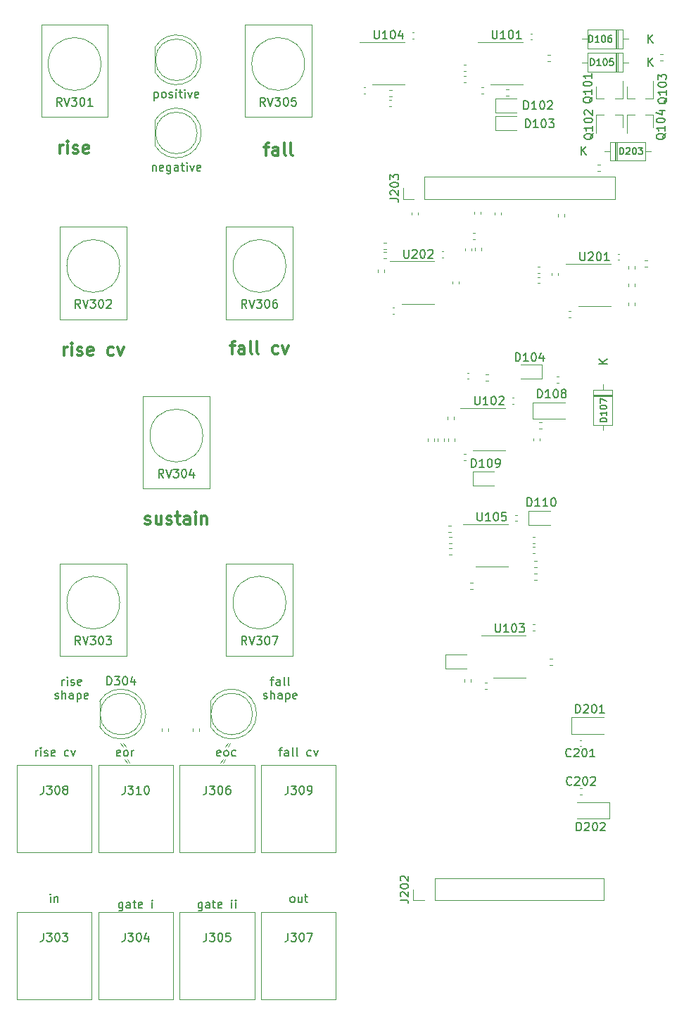
<source format=gbr>
%TF.GenerationSoftware,KiCad,Pcbnew,(5.1.7-0-10_14)*%
%TF.CreationDate,2021-05-28T11:23:36-04:00*%
%TF.ProjectId,SlewLimiter,536c6577-4c69-46d6-9974-65722e6b6963,rev?*%
%TF.SameCoordinates,Original*%
%TF.FileFunction,Legend,Top*%
%TF.FilePolarity,Positive*%
%FSLAX46Y46*%
G04 Gerber Fmt 4.6, Leading zero omitted, Abs format (unit mm)*
G04 Created by KiCad (PCBNEW (5.1.7-0-10_14)) date 2021-05-28 11:23:36*
%MOMM*%
%LPD*%
G01*
G04 APERTURE LIST*
%ADD10C,0.150000*%
%ADD11C,0.120000*%
%ADD12C,0.300000*%
G04 APERTURE END LIST*
D10*
X53090476Y-155985714D02*
X53090476Y-156795238D01*
X53042857Y-156890476D01*
X52995238Y-156938095D01*
X52900000Y-156985714D01*
X52757142Y-156985714D01*
X52661904Y-156938095D01*
X53090476Y-156604761D02*
X52995238Y-156652380D01*
X52804761Y-156652380D01*
X52709523Y-156604761D01*
X52661904Y-156557142D01*
X52614285Y-156461904D01*
X52614285Y-156176190D01*
X52661904Y-156080952D01*
X52709523Y-156033333D01*
X52804761Y-155985714D01*
X52995238Y-155985714D01*
X53090476Y-156033333D01*
X53995238Y-156652380D02*
X53995238Y-156128571D01*
X53947619Y-156033333D01*
X53852380Y-155985714D01*
X53661904Y-155985714D01*
X53566666Y-156033333D01*
X53995238Y-156604761D02*
X53900000Y-156652380D01*
X53661904Y-156652380D01*
X53566666Y-156604761D01*
X53519047Y-156509523D01*
X53519047Y-156414285D01*
X53566666Y-156319047D01*
X53661904Y-156271428D01*
X53900000Y-156271428D01*
X53995238Y-156223809D01*
X54328571Y-155985714D02*
X54709523Y-155985714D01*
X54471428Y-155652380D02*
X54471428Y-156509523D01*
X54519047Y-156604761D01*
X54614285Y-156652380D01*
X54709523Y-156652380D01*
X55423809Y-156604761D02*
X55328571Y-156652380D01*
X55138095Y-156652380D01*
X55042857Y-156604761D01*
X54995238Y-156509523D01*
X54995238Y-156128571D01*
X55042857Y-156033333D01*
X55138095Y-155985714D01*
X55328571Y-155985714D01*
X55423809Y-156033333D01*
X55471428Y-156128571D01*
X55471428Y-156223809D01*
X54995238Y-156319047D01*
X56661904Y-156652380D02*
X56661904Y-155985714D01*
X56661904Y-155652380D02*
X56614285Y-155700000D01*
X56661904Y-155747619D01*
X56709523Y-155700000D01*
X56661904Y-155652380D01*
X56661904Y-155747619D01*
X57138095Y-156652380D02*
X57138095Y-155985714D01*
X57138095Y-155652380D02*
X57090476Y-155700000D01*
X57138095Y-155747619D01*
X57185714Y-155700000D01*
X57138095Y-155652380D01*
X57138095Y-155747619D01*
X43528571Y-155985714D02*
X43528571Y-156795238D01*
X43480952Y-156890476D01*
X43433333Y-156938095D01*
X43338095Y-156985714D01*
X43195238Y-156985714D01*
X43100000Y-156938095D01*
X43528571Y-156604761D02*
X43433333Y-156652380D01*
X43242857Y-156652380D01*
X43147619Y-156604761D01*
X43100000Y-156557142D01*
X43052380Y-156461904D01*
X43052380Y-156176190D01*
X43100000Y-156080952D01*
X43147619Y-156033333D01*
X43242857Y-155985714D01*
X43433333Y-155985714D01*
X43528571Y-156033333D01*
X44433333Y-156652380D02*
X44433333Y-156128571D01*
X44385714Y-156033333D01*
X44290476Y-155985714D01*
X44100000Y-155985714D01*
X44004761Y-156033333D01*
X44433333Y-156604761D02*
X44338095Y-156652380D01*
X44100000Y-156652380D01*
X44004761Y-156604761D01*
X43957142Y-156509523D01*
X43957142Y-156414285D01*
X44004761Y-156319047D01*
X44100000Y-156271428D01*
X44338095Y-156271428D01*
X44433333Y-156223809D01*
X44766666Y-155985714D02*
X45147619Y-155985714D01*
X44909523Y-155652380D02*
X44909523Y-156509523D01*
X44957142Y-156604761D01*
X45052380Y-156652380D01*
X45147619Y-156652380D01*
X45861904Y-156604761D02*
X45766666Y-156652380D01*
X45576190Y-156652380D01*
X45480952Y-156604761D01*
X45433333Y-156509523D01*
X45433333Y-156128571D01*
X45480952Y-156033333D01*
X45576190Y-155985714D01*
X45766666Y-155985714D01*
X45861904Y-156033333D01*
X45909523Y-156128571D01*
X45909523Y-156223809D01*
X45433333Y-156319047D01*
X47100000Y-156652380D02*
X47100000Y-155985714D01*
X47100000Y-155652380D02*
X47052380Y-155700000D01*
X47100000Y-155747619D01*
X47147619Y-155700000D01*
X47100000Y-155652380D01*
X47100000Y-155747619D01*
X63890476Y-155952380D02*
X63795238Y-155904761D01*
X63747619Y-155857142D01*
X63700000Y-155761904D01*
X63700000Y-155476190D01*
X63747619Y-155380952D01*
X63795238Y-155333333D01*
X63890476Y-155285714D01*
X64033333Y-155285714D01*
X64128571Y-155333333D01*
X64176190Y-155380952D01*
X64223809Y-155476190D01*
X64223809Y-155761904D01*
X64176190Y-155857142D01*
X64128571Y-155904761D01*
X64033333Y-155952380D01*
X63890476Y-155952380D01*
X65080952Y-155285714D02*
X65080952Y-155952380D01*
X64652380Y-155285714D02*
X64652380Y-155809523D01*
X64700000Y-155904761D01*
X64795238Y-155952380D01*
X64938095Y-155952380D01*
X65033333Y-155904761D01*
X65080952Y-155857142D01*
X65414285Y-155285714D02*
X65795238Y-155285714D01*
X65557142Y-154952380D02*
X65557142Y-155809523D01*
X65604761Y-155904761D01*
X65700000Y-155952380D01*
X65795238Y-155952380D01*
X34847619Y-155952380D02*
X34847619Y-155285714D01*
X34847619Y-154952380D02*
X34800000Y-155000000D01*
X34847619Y-155047619D01*
X34895238Y-155000000D01*
X34847619Y-154952380D01*
X34847619Y-155047619D01*
X35323809Y-155285714D02*
X35323809Y-155952380D01*
X35323809Y-155380952D02*
X35371428Y-155333333D01*
X35466666Y-155285714D01*
X35609523Y-155285714D01*
X35704761Y-155333333D01*
X35752380Y-155428571D01*
X35752380Y-155952380D01*
X62342857Y-137685714D02*
X62723809Y-137685714D01*
X62485714Y-138352380D02*
X62485714Y-137495238D01*
X62533333Y-137400000D01*
X62628571Y-137352380D01*
X62723809Y-137352380D01*
X63485714Y-138352380D02*
X63485714Y-137828571D01*
X63438095Y-137733333D01*
X63342857Y-137685714D01*
X63152380Y-137685714D01*
X63057142Y-137733333D01*
X63485714Y-138304761D02*
X63390476Y-138352380D01*
X63152380Y-138352380D01*
X63057142Y-138304761D01*
X63009523Y-138209523D01*
X63009523Y-138114285D01*
X63057142Y-138019047D01*
X63152380Y-137971428D01*
X63390476Y-137971428D01*
X63485714Y-137923809D01*
X64104761Y-138352380D02*
X64009523Y-138304761D01*
X63961904Y-138209523D01*
X63961904Y-137352380D01*
X64628571Y-138352380D02*
X64533333Y-138304761D01*
X64485714Y-138209523D01*
X64485714Y-137352380D01*
X66200000Y-138304761D02*
X66104761Y-138352380D01*
X65914285Y-138352380D01*
X65819047Y-138304761D01*
X65771428Y-138257142D01*
X65723809Y-138161904D01*
X65723809Y-137876190D01*
X65771428Y-137780952D01*
X65819047Y-137733333D01*
X65914285Y-137685714D01*
X66104761Y-137685714D01*
X66200000Y-137733333D01*
X66533333Y-137685714D02*
X66771428Y-138352380D01*
X67009523Y-137685714D01*
X33066666Y-138352380D02*
X33066666Y-137685714D01*
X33066666Y-137876190D02*
X33114285Y-137780952D01*
X33161904Y-137733333D01*
X33257142Y-137685714D01*
X33352380Y-137685714D01*
X33685714Y-138352380D02*
X33685714Y-137685714D01*
X33685714Y-137352380D02*
X33638095Y-137400000D01*
X33685714Y-137447619D01*
X33733333Y-137400000D01*
X33685714Y-137352380D01*
X33685714Y-137447619D01*
X34114285Y-138304761D02*
X34209523Y-138352380D01*
X34400000Y-138352380D01*
X34495238Y-138304761D01*
X34542857Y-138209523D01*
X34542857Y-138161904D01*
X34495238Y-138066666D01*
X34400000Y-138019047D01*
X34257142Y-138019047D01*
X34161904Y-137971428D01*
X34114285Y-137876190D01*
X34114285Y-137828571D01*
X34161904Y-137733333D01*
X34257142Y-137685714D01*
X34400000Y-137685714D01*
X34495238Y-137733333D01*
X35352380Y-138304761D02*
X35257142Y-138352380D01*
X35066666Y-138352380D01*
X34971428Y-138304761D01*
X34923809Y-138209523D01*
X34923809Y-137828571D01*
X34971428Y-137733333D01*
X35066666Y-137685714D01*
X35257142Y-137685714D01*
X35352380Y-137733333D01*
X35400000Y-137828571D01*
X35400000Y-137923809D01*
X34923809Y-138019047D01*
X37019047Y-138304761D02*
X36923809Y-138352380D01*
X36733333Y-138352380D01*
X36638095Y-138304761D01*
X36590476Y-138257142D01*
X36542857Y-138161904D01*
X36542857Y-137876190D01*
X36590476Y-137780952D01*
X36638095Y-137733333D01*
X36733333Y-137685714D01*
X36923809Y-137685714D01*
X37019047Y-137733333D01*
X37352380Y-137685714D02*
X37590476Y-138352380D01*
X37828571Y-137685714D01*
D11*
X44100000Y-138800000D02*
X44400000Y-139200000D01*
X43800000Y-138800000D02*
X44100000Y-139200000D01*
X43300000Y-136800000D02*
X43600000Y-137200000D01*
X43900000Y-137200000D02*
X43600000Y-136800000D01*
X55600000Y-138800000D02*
X55300000Y-139200000D01*
X56200000Y-137200000D02*
X56500000Y-136800000D01*
X55900000Y-137200000D02*
X56200000Y-136800000D01*
X55900000Y-138800000D02*
X55600000Y-139200000D01*
D10*
X43228571Y-138304761D02*
X43133333Y-138352380D01*
X42942857Y-138352380D01*
X42847619Y-138304761D01*
X42800000Y-138209523D01*
X42800000Y-137828571D01*
X42847619Y-137733333D01*
X42942857Y-137685714D01*
X43133333Y-137685714D01*
X43228571Y-137733333D01*
X43276190Y-137828571D01*
X43276190Y-137923809D01*
X42800000Y-138019047D01*
X43847619Y-138352380D02*
X43752380Y-138304761D01*
X43704761Y-138257142D01*
X43657142Y-138161904D01*
X43657142Y-137876190D01*
X43704761Y-137780952D01*
X43752380Y-137733333D01*
X43847619Y-137685714D01*
X43990476Y-137685714D01*
X44085714Y-137733333D01*
X44133333Y-137780952D01*
X44180952Y-137876190D01*
X44180952Y-138161904D01*
X44133333Y-138257142D01*
X44085714Y-138304761D01*
X43990476Y-138352380D01*
X43847619Y-138352380D01*
X44609523Y-138352380D02*
X44609523Y-137685714D01*
X44609523Y-137876190D02*
X44657142Y-137780952D01*
X44704761Y-137733333D01*
X44800000Y-137685714D01*
X44895238Y-137685714D01*
X55309523Y-138304761D02*
X55214285Y-138352380D01*
X55023809Y-138352380D01*
X54928571Y-138304761D01*
X54880952Y-138209523D01*
X54880952Y-137828571D01*
X54928571Y-137733333D01*
X55023809Y-137685714D01*
X55214285Y-137685714D01*
X55309523Y-137733333D01*
X55357142Y-137828571D01*
X55357142Y-137923809D01*
X54880952Y-138019047D01*
X55928571Y-138352380D02*
X55833333Y-138304761D01*
X55785714Y-138257142D01*
X55738095Y-138161904D01*
X55738095Y-137876190D01*
X55785714Y-137780952D01*
X55833333Y-137733333D01*
X55928571Y-137685714D01*
X56071428Y-137685714D01*
X56166666Y-137733333D01*
X56214285Y-137780952D01*
X56261904Y-137876190D01*
X56261904Y-138161904D01*
X56214285Y-138257142D01*
X56166666Y-138304761D01*
X56071428Y-138352380D01*
X55928571Y-138352380D01*
X57119047Y-138304761D02*
X57023809Y-138352380D01*
X56833333Y-138352380D01*
X56738095Y-138304761D01*
X56690476Y-138257142D01*
X56642857Y-138161904D01*
X56642857Y-137876190D01*
X56690476Y-137780952D01*
X56738095Y-137733333D01*
X56833333Y-137685714D01*
X57023809Y-137685714D01*
X57119047Y-137733333D01*
X61333333Y-129160714D02*
X61714285Y-129160714D01*
X61476190Y-129827380D02*
X61476190Y-128970238D01*
X61523809Y-128875000D01*
X61619047Y-128827380D01*
X61714285Y-128827380D01*
X62476190Y-129827380D02*
X62476190Y-129303571D01*
X62428571Y-129208333D01*
X62333333Y-129160714D01*
X62142857Y-129160714D01*
X62047619Y-129208333D01*
X62476190Y-129779761D02*
X62380952Y-129827380D01*
X62142857Y-129827380D01*
X62047619Y-129779761D01*
X62000000Y-129684523D01*
X62000000Y-129589285D01*
X62047619Y-129494047D01*
X62142857Y-129446428D01*
X62380952Y-129446428D01*
X62476190Y-129398809D01*
X63095238Y-129827380D02*
X63000000Y-129779761D01*
X62952380Y-129684523D01*
X62952380Y-128827380D01*
X63619047Y-129827380D02*
X63523809Y-129779761D01*
X63476190Y-129684523D01*
X63476190Y-128827380D01*
X60500000Y-131429761D02*
X60595238Y-131477380D01*
X60785714Y-131477380D01*
X60880952Y-131429761D01*
X60928571Y-131334523D01*
X60928571Y-131286904D01*
X60880952Y-131191666D01*
X60785714Y-131144047D01*
X60642857Y-131144047D01*
X60547619Y-131096428D01*
X60500000Y-131001190D01*
X60500000Y-130953571D01*
X60547619Y-130858333D01*
X60642857Y-130810714D01*
X60785714Y-130810714D01*
X60880952Y-130858333D01*
X61357142Y-131477380D02*
X61357142Y-130477380D01*
X61785714Y-131477380D02*
X61785714Y-130953571D01*
X61738095Y-130858333D01*
X61642857Y-130810714D01*
X61500000Y-130810714D01*
X61404761Y-130858333D01*
X61357142Y-130905952D01*
X62690476Y-131477380D02*
X62690476Y-130953571D01*
X62642857Y-130858333D01*
X62547619Y-130810714D01*
X62357142Y-130810714D01*
X62261904Y-130858333D01*
X62690476Y-131429761D02*
X62595238Y-131477380D01*
X62357142Y-131477380D01*
X62261904Y-131429761D01*
X62214285Y-131334523D01*
X62214285Y-131239285D01*
X62261904Y-131144047D01*
X62357142Y-131096428D01*
X62595238Y-131096428D01*
X62690476Y-131048809D01*
X63166666Y-130810714D02*
X63166666Y-131810714D01*
X63166666Y-130858333D02*
X63261904Y-130810714D01*
X63452380Y-130810714D01*
X63547619Y-130858333D01*
X63595238Y-130905952D01*
X63642857Y-131001190D01*
X63642857Y-131286904D01*
X63595238Y-131382142D01*
X63547619Y-131429761D01*
X63452380Y-131477380D01*
X63261904Y-131477380D01*
X63166666Y-131429761D01*
X64452380Y-131429761D02*
X64357142Y-131477380D01*
X64166666Y-131477380D01*
X64071428Y-131429761D01*
X64023809Y-131334523D01*
X64023809Y-130953571D01*
X64071428Y-130858333D01*
X64166666Y-130810714D01*
X64357142Y-130810714D01*
X64452380Y-130858333D01*
X64499999Y-130953571D01*
X64499999Y-131048809D01*
X64023809Y-131144047D01*
X36257142Y-129827380D02*
X36257142Y-129160714D01*
X36257142Y-129351190D02*
X36304761Y-129255952D01*
X36352380Y-129208333D01*
X36447619Y-129160714D01*
X36542857Y-129160714D01*
X36876190Y-129827380D02*
X36876190Y-129160714D01*
X36876190Y-128827380D02*
X36828571Y-128875000D01*
X36876190Y-128922619D01*
X36923809Y-128875000D01*
X36876190Y-128827380D01*
X36876190Y-128922619D01*
X37304761Y-129779761D02*
X37400000Y-129827380D01*
X37590476Y-129827380D01*
X37685714Y-129779761D01*
X37733333Y-129684523D01*
X37733333Y-129636904D01*
X37685714Y-129541666D01*
X37590476Y-129494047D01*
X37447619Y-129494047D01*
X37352380Y-129446428D01*
X37304761Y-129351190D01*
X37304761Y-129303571D01*
X37352380Y-129208333D01*
X37447619Y-129160714D01*
X37590476Y-129160714D01*
X37685714Y-129208333D01*
X38542857Y-129779761D02*
X38447619Y-129827380D01*
X38257142Y-129827380D01*
X38161904Y-129779761D01*
X38114285Y-129684523D01*
X38114285Y-129303571D01*
X38161904Y-129208333D01*
X38257142Y-129160714D01*
X38447619Y-129160714D01*
X38542857Y-129208333D01*
X38590476Y-129303571D01*
X38590476Y-129398809D01*
X38114285Y-129494047D01*
X35400000Y-131429761D02*
X35495238Y-131477380D01*
X35685714Y-131477380D01*
X35780952Y-131429761D01*
X35828571Y-131334523D01*
X35828571Y-131286904D01*
X35780952Y-131191666D01*
X35685714Y-131144047D01*
X35542857Y-131144047D01*
X35447619Y-131096428D01*
X35400000Y-131001190D01*
X35400000Y-130953571D01*
X35447619Y-130858333D01*
X35542857Y-130810714D01*
X35685714Y-130810714D01*
X35780952Y-130858333D01*
X36257142Y-131477380D02*
X36257142Y-130477380D01*
X36685714Y-131477380D02*
X36685714Y-130953571D01*
X36638095Y-130858333D01*
X36542857Y-130810714D01*
X36400000Y-130810714D01*
X36304761Y-130858333D01*
X36257142Y-130905952D01*
X37590476Y-131477380D02*
X37590476Y-130953571D01*
X37542857Y-130858333D01*
X37447619Y-130810714D01*
X37257142Y-130810714D01*
X37161904Y-130858333D01*
X37590476Y-131429761D02*
X37495238Y-131477380D01*
X37257142Y-131477380D01*
X37161904Y-131429761D01*
X37114285Y-131334523D01*
X37114285Y-131239285D01*
X37161904Y-131144047D01*
X37257142Y-131096428D01*
X37495238Y-131096428D01*
X37590476Y-131048809D01*
X38066666Y-130810714D02*
X38066666Y-131810714D01*
X38066666Y-130858333D02*
X38161904Y-130810714D01*
X38352380Y-130810714D01*
X38447619Y-130858333D01*
X38495238Y-130905952D01*
X38542857Y-131001190D01*
X38542857Y-131286904D01*
X38495238Y-131382142D01*
X38447619Y-131429761D01*
X38352380Y-131477380D01*
X38161904Y-131477380D01*
X38066666Y-131429761D01*
X39352380Y-131429761D02*
X39257142Y-131477380D01*
X39066666Y-131477380D01*
X38971428Y-131429761D01*
X38923809Y-131334523D01*
X38923809Y-130953571D01*
X38971428Y-130858333D01*
X39066666Y-130810714D01*
X39257142Y-130810714D01*
X39352380Y-130858333D01*
X39399999Y-130953571D01*
X39399999Y-131048809D01*
X38923809Y-131144047D01*
D12*
X46250000Y-110407142D02*
X46392857Y-110478571D01*
X46678571Y-110478571D01*
X46821428Y-110407142D01*
X46892857Y-110264285D01*
X46892857Y-110192857D01*
X46821428Y-110050000D01*
X46678571Y-109978571D01*
X46464285Y-109978571D01*
X46321428Y-109907142D01*
X46250000Y-109764285D01*
X46250000Y-109692857D01*
X46321428Y-109550000D01*
X46464285Y-109478571D01*
X46678571Y-109478571D01*
X46821428Y-109550000D01*
X48178571Y-109478571D02*
X48178571Y-110478571D01*
X47535714Y-109478571D02*
X47535714Y-110264285D01*
X47607142Y-110407142D01*
X47750000Y-110478571D01*
X47964285Y-110478571D01*
X48107142Y-110407142D01*
X48178571Y-110335714D01*
X48821428Y-110407142D02*
X48964285Y-110478571D01*
X49250000Y-110478571D01*
X49392857Y-110407142D01*
X49464285Y-110264285D01*
X49464285Y-110192857D01*
X49392857Y-110050000D01*
X49250000Y-109978571D01*
X49035714Y-109978571D01*
X48892857Y-109907142D01*
X48821428Y-109764285D01*
X48821428Y-109692857D01*
X48892857Y-109550000D01*
X49035714Y-109478571D01*
X49250000Y-109478571D01*
X49392857Y-109550000D01*
X49892857Y-109478571D02*
X50464285Y-109478571D01*
X50107142Y-108978571D02*
X50107142Y-110264285D01*
X50178571Y-110407142D01*
X50321428Y-110478571D01*
X50464285Y-110478571D01*
X51607142Y-110478571D02*
X51607142Y-109692857D01*
X51535714Y-109550000D01*
X51392857Y-109478571D01*
X51107142Y-109478571D01*
X50964285Y-109550000D01*
X51607142Y-110407142D02*
X51464285Y-110478571D01*
X51107142Y-110478571D01*
X50964285Y-110407142D01*
X50892857Y-110264285D01*
X50892857Y-110121428D01*
X50964285Y-109978571D01*
X51107142Y-109907142D01*
X51464285Y-109907142D01*
X51607142Y-109835714D01*
X52321428Y-110478571D02*
X52321428Y-109478571D01*
X52321428Y-108978571D02*
X52250000Y-109050000D01*
X52321428Y-109121428D01*
X52392857Y-109050000D01*
X52321428Y-108978571D01*
X52321428Y-109121428D01*
X53035714Y-109478571D02*
X53035714Y-110478571D01*
X53035714Y-109621428D02*
X53107142Y-109550000D01*
X53250000Y-109478571D01*
X53464285Y-109478571D01*
X53607142Y-109550000D01*
X53678571Y-109692857D01*
X53678571Y-110478571D01*
X56464285Y-88978571D02*
X57035714Y-88978571D01*
X56678571Y-89978571D02*
X56678571Y-88692857D01*
X56750000Y-88550000D01*
X56892857Y-88478571D01*
X57035714Y-88478571D01*
X58178571Y-89978571D02*
X58178571Y-89192857D01*
X58107142Y-89050000D01*
X57964285Y-88978571D01*
X57678571Y-88978571D01*
X57535714Y-89050000D01*
X58178571Y-89907142D02*
X58035714Y-89978571D01*
X57678571Y-89978571D01*
X57535714Y-89907142D01*
X57464285Y-89764285D01*
X57464285Y-89621428D01*
X57535714Y-89478571D01*
X57678571Y-89407142D01*
X58035714Y-89407142D01*
X58178571Y-89335714D01*
X59107142Y-89978571D02*
X58964285Y-89907142D01*
X58892857Y-89764285D01*
X58892857Y-88478571D01*
X59892857Y-89978571D02*
X59750000Y-89907142D01*
X59678571Y-89764285D01*
X59678571Y-88478571D01*
X62250000Y-89907142D02*
X62107142Y-89978571D01*
X61821428Y-89978571D01*
X61678571Y-89907142D01*
X61607142Y-89835714D01*
X61535714Y-89692857D01*
X61535714Y-89264285D01*
X61607142Y-89121428D01*
X61678571Y-89050000D01*
X61821428Y-88978571D01*
X62107142Y-88978571D01*
X62250000Y-89050000D01*
X62750000Y-88978571D02*
X63107142Y-89978571D01*
X63464285Y-88978571D01*
X36500000Y-90178571D02*
X36500000Y-89178571D01*
X36500000Y-89464285D02*
X36571428Y-89321428D01*
X36642857Y-89250000D01*
X36785714Y-89178571D01*
X36928571Y-89178571D01*
X37428571Y-90178571D02*
X37428571Y-89178571D01*
X37428571Y-88678571D02*
X37357142Y-88750000D01*
X37428571Y-88821428D01*
X37500000Y-88750000D01*
X37428571Y-88678571D01*
X37428571Y-88821428D01*
X38071428Y-90107142D02*
X38214285Y-90178571D01*
X38500000Y-90178571D01*
X38642857Y-90107142D01*
X38714285Y-89964285D01*
X38714285Y-89892857D01*
X38642857Y-89750000D01*
X38500000Y-89678571D01*
X38285714Y-89678571D01*
X38142857Y-89607142D01*
X38071428Y-89464285D01*
X38071428Y-89392857D01*
X38142857Y-89250000D01*
X38285714Y-89178571D01*
X38500000Y-89178571D01*
X38642857Y-89250000D01*
X39928571Y-90107142D02*
X39785714Y-90178571D01*
X39500000Y-90178571D01*
X39357142Y-90107142D01*
X39285714Y-89964285D01*
X39285714Y-89392857D01*
X39357142Y-89250000D01*
X39500000Y-89178571D01*
X39785714Y-89178571D01*
X39928571Y-89250000D01*
X40000000Y-89392857D01*
X40000000Y-89535714D01*
X39285714Y-89678571D01*
X42428571Y-90107142D02*
X42285714Y-90178571D01*
X42000000Y-90178571D01*
X41857142Y-90107142D01*
X41785714Y-90035714D01*
X41714285Y-89892857D01*
X41714285Y-89464285D01*
X41785714Y-89321428D01*
X41857142Y-89250000D01*
X42000000Y-89178571D01*
X42285714Y-89178571D01*
X42428571Y-89250000D01*
X42928571Y-89178571D02*
X43285714Y-90178571D01*
X43642857Y-89178571D01*
D10*
X47119047Y-67285714D02*
X47119047Y-67952380D01*
X47119047Y-67380952D02*
X47166666Y-67333333D01*
X47261904Y-67285714D01*
X47404761Y-67285714D01*
X47500000Y-67333333D01*
X47547619Y-67428571D01*
X47547619Y-67952380D01*
X48404761Y-67904761D02*
X48309523Y-67952380D01*
X48119047Y-67952380D01*
X48023809Y-67904761D01*
X47976190Y-67809523D01*
X47976190Y-67428571D01*
X48023809Y-67333333D01*
X48119047Y-67285714D01*
X48309523Y-67285714D01*
X48404761Y-67333333D01*
X48452380Y-67428571D01*
X48452380Y-67523809D01*
X47976190Y-67619047D01*
X49309523Y-67285714D02*
X49309523Y-68095238D01*
X49261904Y-68190476D01*
X49214285Y-68238095D01*
X49119047Y-68285714D01*
X48976190Y-68285714D01*
X48880952Y-68238095D01*
X49309523Y-67904761D02*
X49214285Y-67952380D01*
X49023809Y-67952380D01*
X48928571Y-67904761D01*
X48880952Y-67857142D01*
X48833333Y-67761904D01*
X48833333Y-67476190D01*
X48880952Y-67380952D01*
X48928571Y-67333333D01*
X49023809Y-67285714D01*
X49214285Y-67285714D01*
X49309523Y-67333333D01*
X50214285Y-67952380D02*
X50214285Y-67428571D01*
X50166666Y-67333333D01*
X50071428Y-67285714D01*
X49880952Y-67285714D01*
X49785714Y-67333333D01*
X50214285Y-67904761D02*
X50119047Y-67952380D01*
X49880952Y-67952380D01*
X49785714Y-67904761D01*
X49738095Y-67809523D01*
X49738095Y-67714285D01*
X49785714Y-67619047D01*
X49880952Y-67571428D01*
X50119047Y-67571428D01*
X50214285Y-67523809D01*
X50547619Y-67285714D02*
X50928571Y-67285714D01*
X50690476Y-66952380D02*
X50690476Y-67809523D01*
X50738095Y-67904761D01*
X50833333Y-67952380D01*
X50928571Y-67952380D01*
X51261904Y-67952380D02*
X51261904Y-67285714D01*
X51261904Y-66952380D02*
X51214285Y-67000000D01*
X51261904Y-67047619D01*
X51309523Y-67000000D01*
X51261904Y-66952380D01*
X51261904Y-67047619D01*
X51642857Y-67285714D02*
X51880952Y-67952380D01*
X52119047Y-67285714D01*
X52880952Y-67904761D02*
X52785714Y-67952380D01*
X52595238Y-67952380D01*
X52500000Y-67904761D01*
X52452380Y-67809523D01*
X52452380Y-67428571D01*
X52500000Y-67333333D01*
X52595238Y-67285714D01*
X52785714Y-67285714D01*
X52880952Y-67333333D01*
X52928571Y-67428571D01*
X52928571Y-67523809D01*
X52452380Y-67619047D01*
X47357142Y-58485714D02*
X47357142Y-59485714D01*
X47357142Y-58533333D02*
X47452380Y-58485714D01*
X47642857Y-58485714D01*
X47738095Y-58533333D01*
X47785714Y-58580952D01*
X47833333Y-58676190D01*
X47833333Y-58961904D01*
X47785714Y-59057142D01*
X47738095Y-59104761D01*
X47642857Y-59152380D01*
X47452380Y-59152380D01*
X47357142Y-59104761D01*
X48404761Y-59152380D02*
X48309523Y-59104761D01*
X48261904Y-59057142D01*
X48214285Y-58961904D01*
X48214285Y-58676190D01*
X48261904Y-58580952D01*
X48309523Y-58533333D01*
X48404761Y-58485714D01*
X48547619Y-58485714D01*
X48642857Y-58533333D01*
X48690476Y-58580952D01*
X48738095Y-58676190D01*
X48738095Y-58961904D01*
X48690476Y-59057142D01*
X48642857Y-59104761D01*
X48547619Y-59152380D01*
X48404761Y-59152380D01*
X49119047Y-59104761D02*
X49214285Y-59152380D01*
X49404761Y-59152380D01*
X49500000Y-59104761D01*
X49547619Y-59009523D01*
X49547619Y-58961904D01*
X49500000Y-58866666D01*
X49404761Y-58819047D01*
X49261904Y-58819047D01*
X49166666Y-58771428D01*
X49119047Y-58676190D01*
X49119047Y-58628571D01*
X49166666Y-58533333D01*
X49261904Y-58485714D01*
X49404761Y-58485714D01*
X49500000Y-58533333D01*
X49976190Y-59152380D02*
X49976190Y-58485714D01*
X49976190Y-58152380D02*
X49928571Y-58200000D01*
X49976190Y-58247619D01*
X50023809Y-58200000D01*
X49976190Y-58152380D01*
X49976190Y-58247619D01*
X50309523Y-58485714D02*
X50690476Y-58485714D01*
X50452380Y-58152380D02*
X50452380Y-59009523D01*
X50500000Y-59104761D01*
X50595238Y-59152380D01*
X50690476Y-59152380D01*
X51023809Y-59152380D02*
X51023809Y-58485714D01*
X51023809Y-58152380D02*
X50976190Y-58200000D01*
X51023809Y-58247619D01*
X51071428Y-58200000D01*
X51023809Y-58152380D01*
X51023809Y-58247619D01*
X51404761Y-58485714D02*
X51642857Y-59152380D01*
X51880952Y-58485714D01*
X52642857Y-59104761D02*
X52547619Y-59152380D01*
X52357142Y-59152380D01*
X52261904Y-59104761D01*
X52214285Y-59009523D01*
X52214285Y-58628571D01*
X52261904Y-58533333D01*
X52357142Y-58485714D01*
X52547619Y-58485714D01*
X52642857Y-58533333D01*
X52690476Y-58628571D01*
X52690476Y-58723809D01*
X52214285Y-58819047D01*
D12*
X35985714Y-65878571D02*
X35985714Y-64878571D01*
X35985714Y-65164285D02*
X36057142Y-65021428D01*
X36128571Y-64950000D01*
X36271428Y-64878571D01*
X36414285Y-64878571D01*
X36914285Y-65878571D02*
X36914285Y-64878571D01*
X36914285Y-64378571D02*
X36842857Y-64450000D01*
X36914285Y-64521428D01*
X36985714Y-64450000D01*
X36914285Y-64378571D01*
X36914285Y-64521428D01*
X37557142Y-65807142D02*
X37700000Y-65878571D01*
X37985714Y-65878571D01*
X38128571Y-65807142D01*
X38200000Y-65664285D01*
X38200000Y-65592857D01*
X38128571Y-65450000D01*
X37985714Y-65378571D01*
X37771428Y-65378571D01*
X37628571Y-65307142D01*
X37557142Y-65164285D01*
X37557142Y-65092857D01*
X37628571Y-64950000D01*
X37771428Y-64878571D01*
X37985714Y-64878571D01*
X38128571Y-64950000D01*
X39414285Y-65807142D02*
X39271428Y-65878571D01*
X38985714Y-65878571D01*
X38842857Y-65807142D01*
X38771428Y-65664285D01*
X38771428Y-65092857D01*
X38842857Y-64950000D01*
X38985714Y-64878571D01*
X39271428Y-64878571D01*
X39414285Y-64950000D01*
X39485714Y-65092857D01*
X39485714Y-65235714D01*
X38771428Y-65378571D01*
X60550000Y-65078571D02*
X61121428Y-65078571D01*
X60764285Y-66078571D02*
X60764285Y-64792857D01*
X60835714Y-64650000D01*
X60978571Y-64578571D01*
X61121428Y-64578571D01*
X62264285Y-66078571D02*
X62264285Y-65292857D01*
X62192857Y-65150000D01*
X62050000Y-65078571D01*
X61764285Y-65078571D01*
X61621428Y-65150000D01*
X62264285Y-66007142D02*
X62121428Y-66078571D01*
X61764285Y-66078571D01*
X61621428Y-66007142D01*
X61550000Y-65864285D01*
X61550000Y-65721428D01*
X61621428Y-65578571D01*
X61764285Y-65507142D01*
X62121428Y-65507142D01*
X62264285Y-65435714D01*
X63192857Y-66078571D02*
X63050000Y-66007142D01*
X62978571Y-65864285D01*
X62978571Y-64578571D01*
X63978571Y-66078571D02*
X63835714Y-66007142D01*
X63764285Y-65864285D01*
X63764285Y-64578571D01*
D11*
%TO.C,D303*%
X47440000Y-61855000D02*
X47440000Y-64945000D01*
X52500000Y-63400000D02*
G75*
G03*
X52500000Y-63400000I-2500000J0D01*
G01*
X52990000Y-63399538D02*
G75*
G02*
X47440000Y-64944830I-2990000J-462D01*
G01*
X52990000Y-63400462D02*
G75*
G03*
X47440000Y-61855170I-2990000J462D01*
G01*
%TO.C,U202*%
X79100000Y-78840000D02*
X75650000Y-78840000D01*
X79100000Y-78840000D02*
X81050000Y-78840000D01*
X79100000Y-83960000D02*
X77150000Y-83960000D01*
X79100000Y-83960000D02*
X81050000Y-83960000D01*
%TO.C,U201*%
X100300000Y-79140000D02*
X96850000Y-79140000D01*
X100300000Y-79140000D02*
X102250000Y-79140000D01*
X100300000Y-84260000D02*
X98350000Y-84260000D01*
X100300000Y-84260000D02*
X102250000Y-84260000D01*
%TO.C,U105*%
X87925000Y-110445000D02*
X84475000Y-110445000D01*
X87925000Y-110445000D02*
X89875000Y-110445000D01*
X87925000Y-115565000D02*
X85975000Y-115565000D01*
X87925000Y-115565000D02*
X89875000Y-115565000D01*
%TO.C,U104*%
X75525000Y-52445000D02*
X72075000Y-52445000D01*
X75525000Y-52445000D02*
X77475000Y-52445000D01*
X75525000Y-57565000D02*
X73575000Y-57565000D01*
X75525000Y-57565000D02*
X77475000Y-57565000D01*
%TO.C,U103*%
X90100000Y-123840000D02*
X86650000Y-123840000D01*
X90100000Y-123840000D02*
X92050000Y-123840000D01*
X90100000Y-128960000D02*
X88150000Y-128960000D01*
X90100000Y-128960000D02*
X92050000Y-128960000D01*
%TO.C,U102*%
X87625000Y-96475000D02*
X84175000Y-96475000D01*
X87625000Y-96475000D02*
X89575000Y-96475000D01*
X87625000Y-101595000D02*
X85675000Y-101595000D01*
X87625000Y-101595000D02*
X89575000Y-101595000D01*
%TO.C,U101*%
X89725000Y-52445000D02*
X86275000Y-52445000D01*
X89725000Y-52445000D02*
X91675000Y-52445000D01*
X89725000Y-57565000D02*
X87775000Y-57565000D01*
X89725000Y-57565000D02*
X91675000Y-57565000D01*
%TO.C,RV307*%
X64000000Y-120000000D02*
X64000000Y-126300000D01*
X64000000Y-126300000D02*
X56000000Y-126300000D01*
X56000000Y-126300000D02*
X56000000Y-120000000D01*
X56000000Y-120000000D02*
X56000000Y-115200000D01*
X56000000Y-115200000D02*
X64000000Y-115200000D01*
X64000000Y-115200000D02*
X64000000Y-120000000D01*
X63180000Y-119900000D02*
G75*
G03*
X63180000Y-119900000I-3180000J0D01*
G01*
%TO.C,RV306*%
X64000000Y-79500000D02*
X64000000Y-85800000D01*
X64000000Y-85800000D02*
X56000000Y-85800000D01*
X56000000Y-85800000D02*
X56000000Y-79500000D01*
X56000000Y-79500000D02*
X56000000Y-74700000D01*
X56000000Y-74700000D02*
X64000000Y-74700000D01*
X64000000Y-74700000D02*
X64000000Y-79500000D01*
X63180000Y-79400000D02*
G75*
G03*
X63180000Y-79400000I-3180000J0D01*
G01*
%TO.C,RV305*%
X66250000Y-55200000D02*
X66250000Y-61500000D01*
X66250000Y-61500000D02*
X58250000Y-61500000D01*
X58250000Y-61500000D02*
X58250000Y-55200000D01*
X58250000Y-55200000D02*
X58250000Y-50400000D01*
X58250000Y-50400000D02*
X66250000Y-50400000D01*
X66250000Y-50400000D02*
X66250000Y-55200000D01*
X65430000Y-55100000D02*
G75*
G03*
X65430000Y-55100000I-3180000J0D01*
G01*
%TO.C,RV304*%
X54000000Y-99900000D02*
X54000000Y-106200000D01*
X54000000Y-106200000D02*
X46000000Y-106200000D01*
X46000000Y-106200000D02*
X46000000Y-99900000D01*
X46000000Y-99900000D02*
X46000000Y-95100000D01*
X46000000Y-95100000D02*
X54000000Y-95100000D01*
X54000000Y-95100000D02*
X54000000Y-99900000D01*
X53180000Y-99800000D02*
G75*
G03*
X53180000Y-99800000I-3180000J0D01*
G01*
%TO.C,RV303*%
X44000000Y-120000000D02*
X44000000Y-126300000D01*
X44000000Y-126300000D02*
X36000000Y-126300000D01*
X36000000Y-126300000D02*
X36000000Y-120000000D01*
X36000000Y-120000000D02*
X36000000Y-115200000D01*
X36000000Y-115200000D02*
X44000000Y-115200000D01*
X44000000Y-115200000D02*
X44000000Y-120000000D01*
X43180000Y-119900000D02*
G75*
G03*
X43180000Y-119900000I-3180000J0D01*
G01*
%TO.C,RV302*%
X44000000Y-79500000D02*
X44000000Y-85800000D01*
X44000000Y-85800000D02*
X36000000Y-85800000D01*
X36000000Y-85800000D02*
X36000000Y-79500000D01*
X36000000Y-79500000D02*
X36000000Y-74700000D01*
X36000000Y-74700000D02*
X44000000Y-74700000D01*
X44000000Y-74700000D02*
X44000000Y-79500000D01*
X43180000Y-79400000D02*
G75*
G03*
X43180000Y-79400000I-3180000J0D01*
G01*
%TO.C,RV301*%
X41750000Y-55200000D02*
X41750000Y-61500000D01*
X41750000Y-61500000D02*
X33750000Y-61500000D01*
X33750000Y-61500000D02*
X33750000Y-55200000D01*
X33750000Y-55200000D02*
X33750000Y-50400000D01*
X33750000Y-50400000D02*
X41750000Y-50400000D01*
X41750000Y-50400000D02*
X41750000Y-55200000D01*
X40930000Y-55100000D02*
G75*
G03*
X40930000Y-55100000I-3180000J0D01*
G01*
%TO.C,R302*%
X48980000Y-135363641D02*
X48980000Y-135056359D01*
X48220000Y-135363641D02*
X48220000Y-135056359D01*
%TO.C,R301*%
X52780000Y-135353641D02*
X52780000Y-135046359D01*
X52020000Y-135353641D02*
X52020000Y-135046359D01*
%TO.C,R219*%
X85636359Y-76180000D02*
X85943641Y-76180000D01*
X85636359Y-75420000D02*
X85943641Y-75420000D01*
%TO.C,R218*%
X106643641Y-78720000D02*
X106336359Y-78720000D01*
X106643641Y-79480000D02*
X106336359Y-79480000D01*
%TO.C,R217*%
X85920000Y-77236359D02*
X85920000Y-77543641D01*
X86680000Y-77236359D02*
X86680000Y-77543641D01*
%TO.C,R216*%
X86580000Y-73163641D02*
X86580000Y-72856359D01*
X85820000Y-73163641D02*
X85820000Y-72856359D01*
%TO.C,R215*%
X104420000Y-79436359D02*
X104420000Y-79743641D01*
X105180000Y-79436359D02*
X105180000Y-79743641D01*
%TO.C,R214*%
X96680000Y-73463641D02*
X96680000Y-73156359D01*
X95920000Y-73463641D02*
X95920000Y-73156359D01*
%TO.C,R213*%
X83220000Y-81236359D02*
X83220000Y-81543641D01*
X83980000Y-81236359D02*
X83980000Y-81543641D01*
%TO.C,R212*%
X104420000Y-81536359D02*
X104420000Y-81843641D01*
X105180000Y-81536359D02*
X105180000Y-81843641D01*
%TO.C,R211*%
X85480000Y-77563641D02*
X85480000Y-77256359D01*
X84720000Y-77563641D02*
X84720000Y-77256359D01*
%TO.C,R210*%
X104420000Y-83836359D02*
X104420000Y-84143641D01*
X105180000Y-83836359D02*
X105180000Y-84143641D01*
%TO.C,R209*%
X75263641Y-76620000D02*
X74956359Y-76620000D01*
X75263641Y-77380000D02*
X74956359Y-77380000D01*
%TO.C,R208*%
X93436359Y-81480000D02*
X93743641Y-81480000D01*
X93436359Y-80720000D02*
X93743641Y-80720000D01*
%TO.C,R207*%
X100963641Y-67220000D02*
X100656359Y-67220000D01*
X100963641Y-67980000D02*
X100656359Y-67980000D01*
%TO.C,R206*%
X75263641Y-77720000D02*
X74956359Y-77720000D01*
X75263641Y-78480000D02*
X74956359Y-78480000D01*
%TO.C,R205*%
X93436359Y-80280000D02*
X93743641Y-80280000D01*
X93436359Y-79520000D02*
X93743641Y-79520000D01*
%TO.C,R204*%
X74220000Y-79856359D02*
X74220000Y-80163641D01*
X74980000Y-79856359D02*
X74980000Y-80163641D01*
%TO.C,R203*%
X95120000Y-80236359D02*
X95120000Y-80543641D01*
X95880000Y-80236359D02*
X95880000Y-80543641D01*
%TO.C,R202*%
X79080000Y-73243641D02*
X79080000Y-72936359D01*
X78320000Y-73243641D02*
X78320000Y-72936359D01*
%TO.C,R201*%
X89080000Y-73263641D02*
X89080000Y-72956359D01*
X88320000Y-73263641D02*
X88320000Y-72956359D01*
%TO.C,R124*%
X93143641Y-112020000D02*
X92836359Y-112020000D01*
X93143641Y-112780000D02*
X92836359Y-112780000D01*
%TO.C,R123*%
X85336359Y-118280000D02*
X85643641Y-118280000D01*
X85336359Y-117520000D02*
X85643641Y-117520000D01*
%TO.C,R122*%
X83143641Y-113320000D02*
X82836359Y-113320000D01*
X83143641Y-114080000D02*
X82836359Y-114080000D01*
%TO.C,R121*%
X82736359Y-111380000D02*
X83043641Y-111380000D01*
X82736359Y-110620000D02*
X83043641Y-110620000D01*
%TO.C,R120*%
X75943641Y-58220000D02*
X75636359Y-58220000D01*
X75943641Y-58980000D02*
X75636359Y-58980000D01*
%TO.C,R119*%
X83143641Y-112020000D02*
X82836359Y-112020000D01*
X83143641Y-112780000D02*
X82836359Y-112780000D01*
%TO.C,R118*%
X92836359Y-113980000D02*
X93143641Y-113980000D01*
X92836359Y-113220000D02*
X93143641Y-113220000D01*
%TO.C,R117*%
X93056359Y-117180000D02*
X93363641Y-117180000D01*
X93056359Y-116420000D02*
X93363641Y-116420000D01*
%TO.C,R116*%
X93343641Y-114920000D02*
X93036359Y-114920000D01*
X93343641Y-115680000D02*
X93036359Y-115680000D01*
%TO.C,R115*%
X92920000Y-100136359D02*
X92920000Y-100443641D01*
X93680000Y-100136359D02*
X93680000Y-100443641D01*
%TO.C,R114*%
X108236359Y-54680000D02*
X108543641Y-54680000D01*
X108236359Y-53920000D02*
X108543641Y-53920000D01*
%TO.C,R113*%
X93636359Y-98980000D02*
X93943641Y-98980000D01*
X93636359Y-98220000D02*
X93943641Y-98220000D01*
%TO.C,R112*%
X95736359Y-93480000D02*
X96043641Y-93480000D01*
X95736359Y-92720000D02*
X96043641Y-92720000D01*
%TO.C,R111*%
X94963641Y-54020000D02*
X94656359Y-54020000D01*
X94963641Y-54780000D02*
X94656359Y-54780000D01*
%TO.C,R110*%
X87236359Y-93180000D02*
X87543641Y-93180000D01*
X87236359Y-92420000D02*
X87543641Y-92420000D01*
%TO.C,R109*%
X89963641Y-58120000D02*
X89656359Y-58120000D01*
X89963641Y-58880000D02*
X89656359Y-58880000D01*
%TO.C,R108*%
X82620000Y-97536359D02*
X82620000Y-97843641D01*
X83380000Y-97536359D02*
X83380000Y-97843641D01*
%TO.C,R107*%
X94936359Y-127380000D02*
X95243641Y-127380000D01*
X94936359Y-126620000D02*
X95243641Y-126620000D01*
%TO.C,R106*%
X82720000Y-100156359D02*
X82720000Y-100463641D01*
X83480000Y-100156359D02*
X83480000Y-100463641D01*
%TO.C,R105*%
X84536359Y-55980000D02*
X84843641Y-55980000D01*
X84536359Y-55220000D02*
X84843641Y-55220000D01*
%TO.C,R104*%
X80220000Y-100156359D02*
X80220000Y-100463641D01*
X80980000Y-100156359D02*
X80980000Y-100463641D01*
%TO.C,R103*%
X81420000Y-100156359D02*
X81420000Y-100463641D01*
X82180000Y-100156359D02*
X82180000Y-100463641D01*
%TO.C,R102*%
X84556359Y-57280000D02*
X84863641Y-57280000D01*
X84556359Y-56520000D02*
X84863641Y-56520000D01*
%TO.C,R101*%
X84620000Y-129136359D02*
X84620000Y-129443641D01*
X85380000Y-129136359D02*
X85380000Y-129443641D01*
%TO.C,Q104*%
X107380000Y-61240000D02*
X107380000Y-62700000D01*
X104220000Y-61240000D02*
X104220000Y-63400000D01*
X104220000Y-61240000D02*
X105150000Y-61240000D01*
X107380000Y-61240000D02*
X106450000Y-61240000D01*
%TO.C,Q103*%
X104220000Y-59260000D02*
X104220000Y-57800000D01*
X107380000Y-59260000D02*
X107380000Y-57100000D01*
X107380000Y-59260000D02*
X106450000Y-59260000D01*
X104220000Y-59260000D02*
X105150000Y-59260000D01*
%TO.C,Q102*%
X103680000Y-61240000D02*
X103680000Y-62700000D01*
X100520000Y-61240000D02*
X100520000Y-63400000D01*
X100520000Y-61240000D02*
X101450000Y-61240000D01*
X103680000Y-61240000D02*
X102750000Y-61240000D01*
%TO.C,Q101*%
X100520000Y-59260000D02*
X100520000Y-57800000D01*
X103680000Y-59260000D02*
X103680000Y-57100000D01*
X103680000Y-59260000D02*
X102750000Y-59260000D01*
X100520000Y-59260000D02*
X101450000Y-59260000D01*
%TO.C,J310*%
X40600000Y-149900000D02*
X49600000Y-149900000D01*
X49600000Y-149900000D02*
X49600000Y-139400000D01*
X49600000Y-139400000D02*
X40600000Y-139400000D01*
X40600000Y-139400000D02*
X40600000Y-149900000D01*
%TO.C,J309*%
X60200000Y-149900000D02*
X69200000Y-149900000D01*
X69200000Y-149900000D02*
X69200000Y-139400000D01*
X69200000Y-139400000D02*
X60200000Y-139400000D01*
X60200000Y-139400000D02*
X60200000Y-149900000D01*
%TO.C,J308*%
X30800000Y-149900000D02*
X39800000Y-149900000D01*
X39800000Y-149900000D02*
X39800000Y-139400000D01*
X39800000Y-139400000D02*
X30800000Y-139400000D01*
X30800000Y-139400000D02*
X30800000Y-149900000D01*
%TO.C,J307*%
X60200000Y-167600000D02*
X69200000Y-167600000D01*
X69200000Y-167600000D02*
X69200000Y-157100000D01*
X69200000Y-157100000D02*
X60200000Y-157100000D01*
X60200000Y-157100000D02*
X60200000Y-167600000D01*
%TO.C,J306*%
X50400000Y-149900000D02*
X59400000Y-149900000D01*
X59400000Y-149900000D02*
X59400000Y-139400000D01*
X59400000Y-139400000D02*
X50400000Y-139400000D01*
X50400000Y-139400000D02*
X50400000Y-149900000D01*
%TO.C,J305*%
X50400000Y-167600000D02*
X59400000Y-167600000D01*
X59400000Y-167600000D02*
X59400000Y-157100000D01*
X59400000Y-157100000D02*
X50400000Y-157100000D01*
X50400000Y-157100000D02*
X50400000Y-167600000D01*
%TO.C,J304*%
X40600000Y-167600000D02*
X49600000Y-167600000D01*
X49600000Y-167600000D02*
X49600000Y-157100000D01*
X49600000Y-157100000D02*
X40600000Y-157100000D01*
X40600000Y-157100000D02*
X40600000Y-167600000D01*
%TO.C,J303*%
X30800000Y-167600000D02*
X39800000Y-167600000D01*
X39800000Y-167600000D02*
X39800000Y-157100000D01*
X39800000Y-157100000D02*
X30800000Y-157100000D01*
X30800000Y-157100000D02*
X30800000Y-167600000D01*
%TO.C,J203*%
X77270000Y-71330000D02*
X77270000Y-70000000D01*
X78600000Y-71330000D02*
X77270000Y-71330000D01*
X79870000Y-71330000D02*
X79870000Y-68670000D01*
X79870000Y-68670000D02*
X102790000Y-68670000D01*
X79870000Y-71330000D02*
X102790000Y-71330000D01*
X102790000Y-71330000D02*
X102790000Y-68670000D01*
%TO.C,J202*%
X78470000Y-155730000D02*
X78470000Y-154400000D01*
X79800000Y-155730000D02*
X78470000Y-155730000D01*
X81070000Y-155730000D02*
X81070000Y-153070000D01*
X81070000Y-153070000D02*
X101450000Y-153070000D01*
X81070000Y-155730000D02*
X101450000Y-155730000D01*
X101450000Y-155730000D02*
X101450000Y-153070000D01*
%TO.C,D304*%
X40770000Y-131755000D02*
X40770000Y-134845000D01*
X45830000Y-133300000D02*
G75*
G03*
X45830000Y-133300000I-2500000J0D01*
G01*
X46320000Y-133299538D02*
G75*
G02*
X40770000Y-134844830I-2990000J-462D01*
G01*
X46320000Y-133300462D02*
G75*
G03*
X40770000Y-131755170I-2990000J462D01*
G01*
%TO.C,D302*%
X47440000Y-53055000D02*
X47440000Y-56145000D01*
X52500000Y-54600000D02*
G75*
G03*
X52500000Y-54600000I-2500000J0D01*
G01*
X52990000Y-54599538D02*
G75*
G02*
X47440000Y-56144830I-2990000J-462D01*
G01*
X52990000Y-54600462D02*
G75*
G03*
X47440000Y-53055170I-2990000J462D01*
G01*
%TO.C,D301*%
X54100000Y-131755000D02*
X54100000Y-134845000D01*
X59160000Y-133300000D02*
G75*
G03*
X59160000Y-133300000I-2500000J0D01*
G01*
X59650000Y-133299538D02*
G75*
G02*
X54100000Y-134844830I-2990000J-462D01*
G01*
X59650000Y-133300462D02*
G75*
G03*
X54100000Y-131755170I-2990000J462D01*
G01*
%TO.C,D203*%
X102770000Y-64480000D02*
X102770000Y-66720000D01*
X103010000Y-64480000D02*
X103010000Y-66720000D01*
X102890000Y-64480000D02*
X102890000Y-66720000D01*
X107060000Y-65600000D02*
X106410000Y-65600000D01*
X101520000Y-65600000D02*
X102170000Y-65600000D01*
X106410000Y-64480000D02*
X102170000Y-64480000D01*
X106410000Y-66720000D02*
X106410000Y-64480000D01*
X102170000Y-66720000D02*
X106410000Y-66720000D01*
X102170000Y-64480000D02*
X102170000Y-66720000D01*
%TO.C,D202*%
X102100000Y-145900000D02*
X98200000Y-145900000D01*
X102100000Y-143900000D02*
X98200000Y-143900000D01*
X102100000Y-145900000D02*
X102100000Y-143900000D01*
%TO.C,D201*%
X97500000Y-133700000D02*
X101400000Y-133700000D01*
X97500000Y-135700000D02*
X101400000Y-135700000D01*
X97500000Y-133700000D02*
X97500000Y-135700000D01*
%TO.C,D110*%
X92400000Y-108850000D02*
X94950000Y-108850000D01*
X92400000Y-110550000D02*
X94950000Y-110550000D01*
X92400000Y-108850000D02*
X92400000Y-110550000D01*
%TO.C,D109*%
X85700000Y-104150000D02*
X88250000Y-104150000D01*
X85700000Y-105850000D02*
X88250000Y-105850000D01*
X85700000Y-104150000D02*
X85700000Y-105850000D01*
%TO.C,D108*%
X92900000Y-95800000D02*
X96800000Y-95800000D01*
X92900000Y-97800000D02*
X96800000Y-97800000D01*
X92900000Y-95800000D02*
X92900000Y-97800000D01*
%TO.C,D107*%
X102420000Y-94870000D02*
X100180000Y-94870000D01*
X102420000Y-95110000D02*
X100180000Y-95110000D01*
X102420000Y-94990000D02*
X100180000Y-94990000D01*
X101300000Y-99160000D02*
X101300000Y-98510000D01*
X101300000Y-93620000D02*
X101300000Y-94270000D01*
X102420000Y-98510000D02*
X102420000Y-94270000D01*
X100180000Y-98510000D02*
X102420000Y-98510000D01*
X100180000Y-94270000D02*
X100180000Y-98510000D01*
X102420000Y-94270000D02*
X100180000Y-94270000D01*
%TO.C,D106*%
X103110000Y-53220000D02*
X103110000Y-50980000D01*
X102870000Y-53220000D02*
X102870000Y-50980000D01*
X102990000Y-53220000D02*
X102990000Y-50980000D01*
X98820000Y-52100000D02*
X99470000Y-52100000D01*
X104360000Y-52100000D02*
X103710000Y-52100000D01*
X99470000Y-53220000D02*
X103710000Y-53220000D01*
X99470000Y-50980000D02*
X99470000Y-53220000D01*
X103710000Y-50980000D02*
X99470000Y-50980000D01*
X103710000Y-53220000D02*
X103710000Y-50980000D01*
%TO.C,D105*%
X103110000Y-56020000D02*
X103110000Y-53780000D01*
X102870000Y-56020000D02*
X102870000Y-53780000D01*
X102990000Y-56020000D02*
X102990000Y-53780000D01*
X98820000Y-54900000D02*
X99470000Y-54900000D01*
X104360000Y-54900000D02*
X103710000Y-54900000D01*
X99470000Y-56020000D02*
X103710000Y-56020000D01*
X99470000Y-53780000D02*
X99470000Y-56020000D01*
X103710000Y-53780000D02*
X99470000Y-53780000D01*
X103710000Y-56020000D02*
X103710000Y-53780000D01*
%TO.C,D104*%
X94000000Y-92950000D02*
X91450000Y-92950000D01*
X94000000Y-91250000D02*
X91450000Y-91250000D01*
X94000000Y-92950000D02*
X94000000Y-91250000D01*
%TO.C,D103*%
X88400000Y-61350000D02*
X90950000Y-61350000D01*
X88400000Y-63050000D02*
X90950000Y-63050000D01*
X88400000Y-61350000D02*
X88400000Y-63050000D01*
%TO.C,D102*%
X88400000Y-59250000D02*
X90950000Y-59250000D01*
X88400000Y-60950000D02*
X90950000Y-60950000D01*
X88400000Y-59250000D02*
X88400000Y-60950000D01*
%TO.C,D101*%
X82400000Y-126150000D02*
X84950000Y-126150000D01*
X82400000Y-127850000D02*
X84950000Y-127850000D01*
X82400000Y-126150000D02*
X82400000Y-127850000D01*
%TO.C,C206*%
X76012164Y-85160000D02*
X76227836Y-85160000D01*
X76012164Y-84440000D02*
X76227836Y-84440000D01*
%TO.C,C205*%
X81912164Y-78360000D02*
X82127836Y-78360000D01*
X81912164Y-77640000D02*
X82127836Y-77640000D01*
%TO.C,C204*%
X97212164Y-85560000D02*
X97427836Y-85560000D01*
X97212164Y-84840000D02*
X97427836Y-84840000D01*
%TO.C,C203*%
X103112164Y-78660000D02*
X103327836Y-78660000D01*
X103112164Y-77940000D02*
X103327836Y-77940000D01*
%TO.C,C202*%
X98787836Y-142240000D02*
X98572164Y-142240000D01*
X98787836Y-142960000D02*
X98572164Y-142960000D01*
%TO.C,C201*%
X98512164Y-137160000D02*
X98727836Y-137160000D01*
X98512164Y-136440000D02*
X98727836Y-136440000D01*
%TO.C,C112*%
X75612164Y-60160000D02*
X75827836Y-60160000D01*
X75612164Y-59440000D02*
X75827836Y-59440000D01*
%TO.C,C110*%
X90792164Y-110060000D02*
X91007836Y-110060000D01*
X90792164Y-109340000D02*
X91007836Y-109340000D01*
%TO.C,C109*%
X72512164Y-58660000D02*
X72727836Y-58660000D01*
X72512164Y-57940000D02*
X72727836Y-57940000D01*
%TO.C,C108*%
X78372164Y-52060000D02*
X78587836Y-52060000D01*
X78372164Y-51340000D02*
X78587836Y-51340000D01*
%TO.C,C107*%
X87112164Y-130260000D02*
X87327836Y-130260000D01*
X87112164Y-129540000D02*
X87327836Y-129540000D01*
%TO.C,C106*%
X92912164Y-123260000D02*
X93127836Y-123260000D01*
X92912164Y-122540000D02*
X93127836Y-122540000D01*
%TO.C,C105*%
X84612164Y-102760000D02*
X84827836Y-102760000D01*
X84612164Y-102040000D02*
X84827836Y-102040000D01*
%TO.C,C104*%
X90412164Y-95960000D02*
X90627836Y-95960000D01*
X90412164Y-95240000D02*
X90627836Y-95240000D01*
%TO.C,C103*%
X86712164Y-58660000D02*
X86927836Y-58660000D01*
X86712164Y-57940000D02*
X86927836Y-57940000D01*
%TO.C,C102*%
X92612164Y-52160000D02*
X92827836Y-52160000D01*
X92612164Y-51440000D02*
X92827836Y-51440000D01*
%TO.C,C101*%
X85187836Y-92240000D02*
X84972164Y-92240000D01*
X85187836Y-92960000D02*
X84972164Y-92960000D01*
%TO.C,U202*%
D10*
X77385714Y-77452380D02*
X77385714Y-78261904D01*
X77433333Y-78357142D01*
X77480952Y-78404761D01*
X77576190Y-78452380D01*
X77766666Y-78452380D01*
X77861904Y-78404761D01*
X77909523Y-78357142D01*
X77957142Y-78261904D01*
X77957142Y-77452380D01*
X78385714Y-77547619D02*
X78433333Y-77500000D01*
X78528571Y-77452380D01*
X78766666Y-77452380D01*
X78861904Y-77500000D01*
X78909523Y-77547619D01*
X78957142Y-77642857D01*
X78957142Y-77738095D01*
X78909523Y-77880952D01*
X78338095Y-78452380D01*
X78957142Y-78452380D01*
X79576190Y-77452380D02*
X79671428Y-77452380D01*
X79766666Y-77500000D01*
X79814285Y-77547619D01*
X79861904Y-77642857D01*
X79909523Y-77833333D01*
X79909523Y-78071428D01*
X79861904Y-78261904D01*
X79814285Y-78357142D01*
X79766666Y-78404761D01*
X79671428Y-78452380D01*
X79576190Y-78452380D01*
X79480952Y-78404761D01*
X79433333Y-78357142D01*
X79385714Y-78261904D01*
X79338095Y-78071428D01*
X79338095Y-77833333D01*
X79385714Y-77642857D01*
X79433333Y-77547619D01*
X79480952Y-77500000D01*
X79576190Y-77452380D01*
X80290476Y-77547619D02*
X80338095Y-77500000D01*
X80433333Y-77452380D01*
X80671428Y-77452380D01*
X80766666Y-77500000D01*
X80814285Y-77547619D01*
X80861904Y-77642857D01*
X80861904Y-77738095D01*
X80814285Y-77880952D01*
X80242857Y-78452380D01*
X80861904Y-78452380D01*
%TO.C,U201*%
X98585714Y-77752380D02*
X98585714Y-78561904D01*
X98633333Y-78657142D01*
X98680952Y-78704761D01*
X98776190Y-78752380D01*
X98966666Y-78752380D01*
X99061904Y-78704761D01*
X99109523Y-78657142D01*
X99157142Y-78561904D01*
X99157142Y-77752380D01*
X99585714Y-77847619D02*
X99633333Y-77800000D01*
X99728571Y-77752380D01*
X99966666Y-77752380D01*
X100061904Y-77800000D01*
X100109523Y-77847619D01*
X100157142Y-77942857D01*
X100157142Y-78038095D01*
X100109523Y-78180952D01*
X99538095Y-78752380D01*
X100157142Y-78752380D01*
X100776190Y-77752380D02*
X100871428Y-77752380D01*
X100966666Y-77800000D01*
X101014285Y-77847619D01*
X101061904Y-77942857D01*
X101109523Y-78133333D01*
X101109523Y-78371428D01*
X101061904Y-78561904D01*
X101014285Y-78657142D01*
X100966666Y-78704761D01*
X100871428Y-78752380D01*
X100776190Y-78752380D01*
X100680952Y-78704761D01*
X100633333Y-78657142D01*
X100585714Y-78561904D01*
X100538095Y-78371428D01*
X100538095Y-78133333D01*
X100585714Y-77942857D01*
X100633333Y-77847619D01*
X100680952Y-77800000D01*
X100776190Y-77752380D01*
X102061904Y-78752380D02*
X101490476Y-78752380D01*
X101776190Y-78752380D02*
X101776190Y-77752380D01*
X101680952Y-77895238D01*
X101585714Y-77990476D01*
X101490476Y-78038095D01*
%TO.C,U105*%
X86210714Y-109057380D02*
X86210714Y-109866904D01*
X86258333Y-109962142D01*
X86305952Y-110009761D01*
X86401190Y-110057380D01*
X86591666Y-110057380D01*
X86686904Y-110009761D01*
X86734523Y-109962142D01*
X86782142Y-109866904D01*
X86782142Y-109057380D01*
X87782142Y-110057380D02*
X87210714Y-110057380D01*
X87496428Y-110057380D02*
X87496428Y-109057380D01*
X87401190Y-109200238D01*
X87305952Y-109295476D01*
X87210714Y-109343095D01*
X88401190Y-109057380D02*
X88496428Y-109057380D01*
X88591666Y-109105000D01*
X88639285Y-109152619D01*
X88686904Y-109247857D01*
X88734523Y-109438333D01*
X88734523Y-109676428D01*
X88686904Y-109866904D01*
X88639285Y-109962142D01*
X88591666Y-110009761D01*
X88496428Y-110057380D01*
X88401190Y-110057380D01*
X88305952Y-110009761D01*
X88258333Y-109962142D01*
X88210714Y-109866904D01*
X88163095Y-109676428D01*
X88163095Y-109438333D01*
X88210714Y-109247857D01*
X88258333Y-109152619D01*
X88305952Y-109105000D01*
X88401190Y-109057380D01*
X89639285Y-109057380D02*
X89163095Y-109057380D01*
X89115476Y-109533571D01*
X89163095Y-109485952D01*
X89258333Y-109438333D01*
X89496428Y-109438333D01*
X89591666Y-109485952D01*
X89639285Y-109533571D01*
X89686904Y-109628809D01*
X89686904Y-109866904D01*
X89639285Y-109962142D01*
X89591666Y-110009761D01*
X89496428Y-110057380D01*
X89258333Y-110057380D01*
X89163095Y-110009761D01*
X89115476Y-109962142D01*
%TO.C,U104*%
X73810714Y-51057380D02*
X73810714Y-51866904D01*
X73858333Y-51962142D01*
X73905952Y-52009761D01*
X74001190Y-52057380D01*
X74191666Y-52057380D01*
X74286904Y-52009761D01*
X74334523Y-51962142D01*
X74382142Y-51866904D01*
X74382142Y-51057380D01*
X75382142Y-52057380D02*
X74810714Y-52057380D01*
X75096428Y-52057380D02*
X75096428Y-51057380D01*
X75001190Y-51200238D01*
X74905952Y-51295476D01*
X74810714Y-51343095D01*
X76001190Y-51057380D02*
X76096428Y-51057380D01*
X76191666Y-51105000D01*
X76239285Y-51152619D01*
X76286904Y-51247857D01*
X76334523Y-51438333D01*
X76334523Y-51676428D01*
X76286904Y-51866904D01*
X76239285Y-51962142D01*
X76191666Y-52009761D01*
X76096428Y-52057380D01*
X76001190Y-52057380D01*
X75905952Y-52009761D01*
X75858333Y-51962142D01*
X75810714Y-51866904D01*
X75763095Y-51676428D01*
X75763095Y-51438333D01*
X75810714Y-51247857D01*
X75858333Y-51152619D01*
X75905952Y-51105000D01*
X76001190Y-51057380D01*
X77191666Y-51390714D02*
X77191666Y-52057380D01*
X76953571Y-51009761D02*
X76715476Y-51724047D01*
X77334523Y-51724047D01*
%TO.C,U103*%
X88385714Y-122452380D02*
X88385714Y-123261904D01*
X88433333Y-123357142D01*
X88480952Y-123404761D01*
X88576190Y-123452380D01*
X88766666Y-123452380D01*
X88861904Y-123404761D01*
X88909523Y-123357142D01*
X88957142Y-123261904D01*
X88957142Y-122452380D01*
X89957142Y-123452380D02*
X89385714Y-123452380D01*
X89671428Y-123452380D02*
X89671428Y-122452380D01*
X89576190Y-122595238D01*
X89480952Y-122690476D01*
X89385714Y-122738095D01*
X90576190Y-122452380D02*
X90671428Y-122452380D01*
X90766666Y-122500000D01*
X90814285Y-122547619D01*
X90861904Y-122642857D01*
X90909523Y-122833333D01*
X90909523Y-123071428D01*
X90861904Y-123261904D01*
X90814285Y-123357142D01*
X90766666Y-123404761D01*
X90671428Y-123452380D01*
X90576190Y-123452380D01*
X90480952Y-123404761D01*
X90433333Y-123357142D01*
X90385714Y-123261904D01*
X90338095Y-123071428D01*
X90338095Y-122833333D01*
X90385714Y-122642857D01*
X90433333Y-122547619D01*
X90480952Y-122500000D01*
X90576190Y-122452380D01*
X91242857Y-122452380D02*
X91861904Y-122452380D01*
X91528571Y-122833333D01*
X91671428Y-122833333D01*
X91766666Y-122880952D01*
X91814285Y-122928571D01*
X91861904Y-123023809D01*
X91861904Y-123261904D01*
X91814285Y-123357142D01*
X91766666Y-123404761D01*
X91671428Y-123452380D01*
X91385714Y-123452380D01*
X91290476Y-123404761D01*
X91242857Y-123357142D01*
%TO.C,U102*%
X85910714Y-95087380D02*
X85910714Y-95896904D01*
X85958333Y-95992142D01*
X86005952Y-96039761D01*
X86101190Y-96087380D01*
X86291666Y-96087380D01*
X86386904Y-96039761D01*
X86434523Y-95992142D01*
X86482142Y-95896904D01*
X86482142Y-95087380D01*
X87482142Y-96087380D02*
X86910714Y-96087380D01*
X87196428Y-96087380D02*
X87196428Y-95087380D01*
X87101190Y-95230238D01*
X87005952Y-95325476D01*
X86910714Y-95373095D01*
X88101190Y-95087380D02*
X88196428Y-95087380D01*
X88291666Y-95135000D01*
X88339285Y-95182619D01*
X88386904Y-95277857D01*
X88434523Y-95468333D01*
X88434523Y-95706428D01*
X88386904Y-95896904D01*
X88339285Y-95992142D01*
X88291666Y-96039761D01*
X88196428Y-96087380D01*
X88101190Y-96087380D01*
X88005952Y-96039761D01*
X87958333Y-95992142D01*
X87910714Y-95896904D01*
X87863095Y-95706428D01*
X87863095Y-95468333D01*
X87910714Y-95277857D01*
X87958333Y-95182619D01*
X88005952Y-95135000D01*
X88101190Y-95087380D01*
X88815476Y-95182619D02*
X88863095Y-95135000D01*
X88958333Y-95087380D01*
X89196428Y-95087380D01*
X89291666Y-95135000D01*
X89339285Y-95182619D01*
X89386904Y-95277857D01*
X89386904Y-95373095D01*
X89339285Y-95515952D01*
X88767857Y-96087380D01*
X89386904Y-96087380D01*
%TO.C,U101*%
X88010714Y-51057380D02*
X88010714Y-51866904D01*
X88058333Y-51962142D01*
X88105952Y-52009761D01*
X88201190Y-52057380D01*
X88391666Y-52057380D01*
X88486904Y-52009761D01*
X88534523Y-51962142D01*
X88582142Y-51866904D01*
X88582142Y-51057380D01*
X89582142Y-52057380D02*
X89010714Y-52057380D01*
X89296428Y-52057380D02*
X89296428Y-51057380D01*
X89201190Y-51200238D01*
X89105952Y-51295476D01*
X89010714Y-51343095D01*
X90201190Y-51057380D02*
X90296428Y-51057380D01*
X90391666Y-51105000D01*
X90439285Y-51152619D01*
X90486904Y-51247857D01*
X90534523Y-51438333D01*
X90534523Y-51676428D01*
X90486904Y-51866904D01*
X90439285Y-51962142D01*
X90391666Y-52009761D01*
X90296428Y-52057380D01*
X90201190Y-52057380D01*
X90105952Y-52009761D01*
X90058333Y-51962142D01*
X90010714Y-51866904D01*
X89963095Y-51676428D01*
X89963095Y-51438333D01*
X90010714Y-51247857D01*
X90058333Y-51152619D01*
X90105952Y-51105000D01*
X90201190Y-51057380D01*
X91486904Y-52057380D02*
X90915476Y-52057380D01*
X91201190Y-52057380D02*
X91201190Y-51057380D01*
X91105952Y-51200238D01*
X91010714Y-51295476D01*
X90915476Y-51343095D01*
%TO.C,RV307*%
X58452380Y-124952380D02*
X58119047Y-124476190D01*
X57880952Y-124952380D02*
X57880952Y-123952380D01*
X58261904Y-123952380D01*
X58357142Y-124000000D01*
X58404761Y-124047619D01*
X58452380Y-124142857D01*
X58452380Y-124285714D01*
X58404761Y-124380952D01*
X58357142Y-124428571D01*
X58261904Y-124476190D01*
X57880952Y-124476190D01*
X58738095Y-123952380D02*
X59071428Y-124952380D01*
X59404761Y-123952380D01*
X59642857Y-123952380D02*
X60261904Y-123952380D01*
X59928571Y-124333333D01*
X60071428Y-124333333D01*
X60166666Y-124380952D01*
X60214285Y-124428571D01*
X60261904Y-124523809D01*
X60261904Y-124761904D01*
X60214285Y-124857142D01*
X60166666Y-124904761D01*
X60071428Y-124952380D01*
X59785714Y-124952380D01*
X59690476Y-124904761D01*
X59642857Y-124857142D01*
X60880952Y-123952380D02*
X60976190Y-123952380D01*
X61071428Y-124000000D01*
X61119047Y-124047619D01*
X61166666Y-124142857D01*
X61214285Y-124333333D01*
X61214285Y-124571428D01*
X61166666Y-124761904D01*
X61119047Y-124857142D01*
X61071428Y-124904761D01*
X60976190Y-124952380D01*
X60880952Y-124952380D01*
X60785714Y-124904761D01*
X60738095Y-124857142D01*
X60690476Y-124761904D01*
X60642857Y-124571428D01*
X60642857Y-124333333D01*
X60690476Y-124142857D01*
X60738095Y-124047619D01*
X60785714Y-124000000D01*
X60880952Y-123952380D01*
X61547619Y-123952380D02*
X62214285Y-123952380D01*
X61785714Y-124952380D01*
%TO.C,RV306*%
X58452380Y-84452380D02*
X58119047Y-83976190D01*
X57880952Y-84452380D02*
X57880952Y-83452380D01*
X58261904Y-83452380D01*
X58357142Y-83500000D01*
X58404761Y-83547619D01*
X58452380Y-83642857D01*
X58452380Y-83785714D01*
X58404761Y-83880952D01*
X58357142Y-83928571D01*
X58261904Y-83976190D01*
X57880952Y-83976190D01*
X58738095Y-83452380D02*
X59071428Y-84452380D01*
X59404761Y-83452380D01*
X59642857Y-83452380D02*
X60261904Y-83452380D01*
X59928571Y-83833333D01*
X60071428Y-83833333D01*
X60166666Y-83880952D01*
X60214285Y-83928571D01*
X60261904Y-84023809D01*
X60261904Y-84261904D01*
X60214285Y-84357142D01*
X60166666Y-84404761D01*
X60071428Y-84452380D01*
X59785714Y-84452380D01*
X59690476Y-84404761D01*
X59642857Y-84357142D01*
X60880952Y-83452380D02*
X60976190Y-83452380D01*
X61071428Y-83500000D01*
X61119047Y-83547619D01*
X61166666Y-83642857D01*
X61214285Y-83833333D01*
X61214285Y-84071428D01*
X61166666Y-84261904D01*
X61119047Y-84357142D01*
X61071428Y-84404761D01*
X60976190Y-84452380D01*
X60880952Y-84452380D01*
X60785714Y-84404761D01*
X60738095Y-84357142D01*
X60690476Y-84261904D01*
X60642857Y-84071428D01*
X60642857Y-83833333D01*
X60690476Y-83642857D01*
X60738095Y-83547619D01*
X60785714Y-83500000D01*
X60880952Y-83452380D01*
X62071428Y-83452380D02*
X61880952Y-83452380D01*
X61785714Y-83500000D01*
X61738095Y-83547619D01*
X61642857Y-83690476D01*
X61595238Y-83880952D01*
X61595238Y-84261904D01*
X61642857Y-84357142D01*
X61690476Y-84404761D01*
X61785714Y-84452380D01*
X61976190Y-84452380D01*
X62071428Y-84404761D01*
X62119047Y-84357142D01*
X62166666Y-84261904D01*
X62166666Y-84023809D01*
X62119047Y-83928571D01*
X62071428Y-83880952D01*
X61976190Y-83833333D01*
X61785714Y-83833333D01*
X61690476Y-83880952D01*
X61642857Y-83928571D01*
X61595238Y-84023809D01*
%TO.C,RV305*%
X60702380Y-60152380D02*
X60369047Y-59676190D01*
X60130952Y-60152380D02*
X60130952Y-59152380D01*
X60511904Y-59152380D01*
X60607142Y-59200000D01*
X60654761Y-59247619D01*
X60702380Y-59342857D01*
X60702380Y-59485714D01*
X60654761Y-59580952D01*
X60607142Y-59628571D01*
X60511904Y-59676190D01*
X60130952Y-59676190D01*
X60988095Y-59152380D02*
X61321428Y-60152380D01*
X61654761Y-59152380D01*
X61892857Y-59152380D02*
X62511904Y-59152380D01*
X62178571Y-59533333D01*
X62321428Y-59533333D01*
X62416666Y-59580952D01*
X62464285Y-59628571D01*
X62511904Y-59723809D01*
X62511904Y-59961904D01*
X62464285Y-60057142D01*
X62416666Y-60104761D01*
X62321428Y-60152380D01*
X62035714Y-60152380D01*
X61940476Y-60104761D01*
X61892857Y-60057142D01*
X63130952Y-59152380D02*
X63226190Y-59152380D01*
X63321428Y-59200000D01*
X63369047Y-59247619D01*
X63416666Y-59342857D01*
X63464285Y-59533333D01*
X63464285Y-59771428D01*
X63416666Y-59961904D01*
X63369047Y-60057142D01*
X63321428Y-60104761D01*
X63226190Y-60152380D01*
X63130952Y-60152380D01*
X63035714Y-60104761D01*
X62988095Y-60057142D01*
X62940476Y-59961904D01*
X62892857Y-59771428D01*
X62892857Y-59533333D01*
X62940476Y-59342857D01*
X62988095Y-59247619D01*
X63035714Y-59200000D01*
X63130952Y-59152380D01*
X64369047Y-59152380D02*
X63892857Y-59152380D01*
X63845238Y-59628571D01*
X63892857Y-59580952D01*
X63988095Y-59533333D01*
X64226190Y-59533333D01*
X64321428Y-59580952D01*
X64369047Y-59628571D01*
X64416666Y-59723809D01*
X64416666Y-59961904D01*
X64369047Y-60057142D01*
X64321428Y-60104761D01*
X64226190Y-60152380D01*
X63988095Y-60152380D01*
X63892857Y-60104761D01*
X63845238Y-60057142D01*
%TO.C,RV304*%
X48452380Y-104852380D02*
X48119047Y-104376190D01*
X47880952Y-104852380D02*
X47880952Y-103852380D01*
X48261904Y-103852380D01*
X48357142Y-103900000D01*
X48404761Y-103947619D01*
X48452380Y-104042857D01*
X48452380Y-104185714D01*
X48404761Y-104280952D01*
X48357142Y-104328571D01*
X48261904Y-104376190D01*
X47880952Y-104376190D01*
X48738095Y-103852380D02*
X49071428Y-104852380D01*
X49404761Y-103852380D01*
X49642857Y-103852380D02*
X50261904Y-103852380D01*
X49928571Y-104233333D01*
X50071428Y-104233333D01*
X50166666Y-104280952D01*
X50214285Y-104328571D01*
X50261904Y-104423809D01*
X50261904Y-104661904D01*
X50214285Y-104757142D01*
X50166666Y-104804761D01*
X50071428Y-104852380D01*
X49785714Y-104852380D01*
X49690476Y-104804761D01*
X49642857Y-104757142D01*
X50880952Y-103852380D02*
X50976190Y-103852380D01*
X51071428Y-103900000D01*
X51119047Y-103947619D01*
X51166666Y-104042857D01*
X51214285Y-104233333D01*
X51214285Y-104471428D01*
X51166666Y-104661904D01*
X51119047Y-104757142D01*
X51071428Y-104804761D01*
X50976190Y-104852380D01*
X50880952Y-104852380D01*
X50785714Y-104804761D01*
X50738095Y-104757142D01*
X50690476Y-104661904D01*
X50642857Y-104471428D01*
X50642857Y-104233333D01*
X50690476Y-104042857D01*
X50738095Y-103947619D01*
X50785714Y-103900000D01*
X50880952Y-103852380D01*
X52071428Y-104185714D02*
X52071428Y-104852380D01*
X51833333Y-103804761D02*
X51595238Y-104519047D01*
X52214285Y-104519047D01*
%TO.C,RV303*%
X38452380Y-124952380D02*
X38119047Y-124476190D01*
X37880952Y-124952380D02*
X37880952Y-123952380D01*
X38261904Y-123952380D01*
X38357142Y-124000000D01*
X38404761Y-124047619D01*
X38452380Y-124142857D01*
X38452380Y-124285714D01*
X38404761Y-124380952D01*
X38357142Y-124428571D01*
X38261904Y-124476190D01*
X37880952Y-124476190D01*
X38738095Y-123952380D02*
X39071428Y-124952380D01*
X39404761Y-123952380D01*
X39642857Y-123952380D02*
X40261904Y-123952380D01*
X39928571Y-124333333D01*
X40071428Y-124333333D01*
X40166666Y-124380952D01*
X40214285Y-124428571D01*
X40261904Y-124523809D01*
X40261904Y-124761904D01*
X40214285Y-124857142D01*
X40166666Y-124904761D01*
X40071428Y-124952380D01*
X39785714Y-124952380D01*
X39690476Y-124904761D01*
X39642857Y-124857142D01*
X40880952Y-123952380D02*
X40976190Y-123952380D01*
X41071428Y-124000000D01*
X41119047Y-124047619D01*
X41166666Y-124142857D01*
X41214285Y-124333333D01*
X41214285Y-124571428D01*
X41166666Y-124761904D01*
X41119047Y-124857142D01*
X41071428Y-124904761D01*
X40976190Y-124952380D01*
X40880952Y-124952380D01*
X40785714Y-124904761D01*
X40738095Y-124857142D01*
X40690476Y-124761904D01*
X40642857Y-124571428D01*
X40642857Y-124333333D01*
X40690476Y-124142857D01*
X40738095Y-124047619D01*
X40785714Y-124000000D01*
X40880952Y-123952380D01*
X41547619Y-123952380D02*
X42166666Y-123952380D01*
X41833333Y-124333333D01*
X41976190Y-124333333D01*
X42071428Y-124380952D01*
X42119047Y-124428571D01*
X42166666Y-124523809D01*
X42166666Y-124761904D01*
X42119047Y-124857142D01*
X42071428Y-124904761D01*
X41976190Y-124952380D01*
X41690476Y-124952380D01*
X41595238Y-124904761D01*
X41547619Y-124857142D01*
%TO.C,RV302*%
X38452380Y-84452380D02*
X38119047Y-83976190D01*
X37880952Y-84452380D02*
X37880952Y-83452380D01*
X38261904Y-83452380D01*
X38357142Y-83500000D01*
X38404761Y-83547619D01*
X38452380Y-83642857D01*
X38452380Y-83785714D01*
X38404761Y-83880952D01*
X38357142Y-83928571D01*
X38261904Y-83976190D01*
X37880952Y-83976190D01*
X38738095Y-83452380D02*
X39071428Y-84452380D01*
X39404761Y-83452380D01*
X39642857Y-83452380D02*
X40261904Y-83452380D01*
X39928571Y-83833333D01*
X40071428Y-83833333D01*
X40166666Y-83880952D01*
X40214285Y-83928571D01*
X40261904Y-84023809D01*
X40261904Y-84261904D01*
X40214285Y-84357142D01*
X40166666Y-84404761D01*
X40071428Y-84452380D01*
X39785714Y-84452380D01*
X39690476Y-84404761D01*
X39642857Y-84357142D01*
X40880952Y-83452380D02*
X40976190Y-83452380D01*
X41071428Y-83500000D01*
X41119047Y-83547619D01*
X41166666Y-83642857D01*
X41214285Y-83833333D01*
X41214285Y-84071428D01*
X41166666Y-84261904D01*
X41119047Y-84357142D01*
X41071428Y-84404761D01*
X40976190Y-84452380D01*
X40880952Y-84452380D01*
X40785714Y-84404761D01*
X40738095Y-84357142D01*
X40690476Y-84261904D01*
X40642857Y-84071428D01*
X40642857Y-83833333D01*
X40690476Y-83642857D01*
X40738095Y-83547619D01*
X40785714Y-83500000D01*
X40880952Y-83452380D01*
X41595238Y-83547619D02*
X41642857Y-83500000D01*
X41738095Y-83452380D01*
X41976190Y-83452380D01*
X42071428Y-83500000D01*
X42119047Y-83547619D01*
X42166666Y-83642857D01*
X42166666Y-83738095D01*
X42119047Y-83880952D01*
X41547619Y-84452380D01*
X42166666Y-84452380D01*
%TO.C,RV301*%
X36202380Y-60152380D02*
X35869047Y-59676190D01*
X35630952Y-60152380D02*
X35630952Y-59152380D01*
X36011904Y-59152380D01*
X36107142Y-59200000D01*
X36154761Y-59247619D01*
X36202380Y-59342857D01*
X36202380Y-59485714D01*
X36154761Y-59580952D01*
X36107142Y-59628571D01*
X36011904Y-59676190D01*
X35630952Y-59676190D01*
X36488095Y-59152380D02*
X36821428Y-60152380D01*
X37154761Y-59152380D01*
X37392857Y-59152380D02*
X38011904Y-59152380D01*
X37678571Y-59533333D01*
X37821428Y-59533333D01*
X37916666Y-59580952D01*
X37964285Y-59628571D01*
X38011904Y-59723809D01*
X38011904Y-59961904D01*
X37964285Y-60057142D01*
X37916666Y-60104761D01*
X37821428Y-60152380D01*
X37535714Y-60152380D01*
X37440476Y-60104761D01*
X37392857Y-60057142D01*
X38630952Y-59152380D02*
X38726190Y-59152380D01*
X38821428Y-59200000D01*
X38869047Y-59247619D01*
X38916666Y-59342857D01*
X38964285Y-59533333D01*
X38964285Y-59771428D01*
X38916666Y-59961904D01*
X38869047Y-60057142D01*
X38821428Y-60104761D01*
X38726190Y-60152380D01*
X38630952Y-60152380D01*
X38535714Y-60104761D01*
X38488095Y-60057142D01*
X38440476Y-59961904D01*
X38392857Y-59771428D01*
X38392857Y-59533333D01*
X38440476Y-59342857D01*
X38488095Y-59247619D01*
X38535714Y-59200000D01*
X38630952Y-59152380D01*
X39916666Y-60152380D02*
X39345238Y-60152380D01*
X39630952Y-60152380D02*
X39630952Y-59152380D01*
X39535714Y-59295238D01*
X39440476Y-59390476D01*
X39345238Y-59438095D01*
%TO.C,Q104*%
X108847619Y-63447619D02*
X108800000Y-63542857D01*
X108704761Y-63638095D01*
X108561904Y-63780952D01*
X108514285Y-63876190D01*
X108514285Y-63971428D01*
X108752380Y-63923809D02*
X108704761Y-64019047D01*
X108609523Y-64114285D01*
X108419047Y-64161904D01*
X108085714Y-64161904D01*
X107895238Y-64114285D01*
X107800000Y-64019047D01*
X107752380Y-63923809D01*
X107752380Y-63733333D01*
X107800000Y-63638095D01*
X107895238Y-63542857D01*
X108085714Y-63495238D01*
X108419047Y-63495238D01*
X108609523Y-63542857D01*
X108704761Y-63638095D01*
X108752380Y-63733333D01*
X108752380Y-63923809D01*
X108752380Y-62542857D02*
X108752380Y-63114285D01*
X108752380Y-62828571D02*
X107752380Y-62828571D01*
X107895238Y-62923809D01*
X107990476Y-63019047D01*
X108038095Y-63114285D01*
X107752380Y-61923809D02*
X107752380Y-61828571D01*
X107800000Y-61733333D01*
X107847619Y-61685714D01*
X107942857Y-61638095D01*
X108133333Y-61590476D01*
X108371428Y-61590476D01*
X108561904Y-61638095D01*
X108657142Y-61685714D01*
X108704761Y-61733333D01*
X108752380Y-61828571D01*
X108752380Y-61923809D01*
X108704761Y-62019047D01*
X108657142Y-62066666D01*
X108561904Y-62114285D01*
X108371428Y-62161904D01*
X108133333Y-62161904D01*
X107942857Y-62114285D01*
X107847619Y-62066666D01*
X107800000Y-62019047D01*
X107752380Y-61923809D01*
X108085714Y-60733333D02*
X108752380Y-60733333D01*
X107704761Y-60971428D02*
X108419047Y-61209523D01*
X108419047Y-60590476D01*
%TO.C,Q103*%
X109047619Y-59147619D02*
X109000000Y-59242857D01*
X108904761Y-59338095D01*
X108761904Y-59480952D01*
X108714285Y-59576190D01*
X108714285Y-59671428D01*
X108952380Y-59623809D02*
X108904761Y-59719047D01*
X108809523Y-59814285D01*
X108619047Y-59861904D01*
X108285714Y-59861904D01*
X108095238Y-59814285D01*
X108000000Y-59719047D01*
X107952380Y-59623809D01*
X107952380Y-59433333D01*
X108000000Y-59338095D01*
X108095238Y-59242857D01*
X108285714Y-59195238D01*
X108619047Y-59195238D01*
X108809523Y-59242857D01*
X108904761Y-59338095D01*
X108952380Y-59433333D01*
X108952380Y-59623809D01*
X108952380Y-58242857D02*
X108952380Y-58814285D01*
X108952380Y-58528571D02*
X107952380Y-58528571D01*
X108095238Y-58623809D01*
X108190476Y-58719047D01*
X108238095Y-58814285D01*
X107952380Y-57623809D02*
X107952380Y-57528571D01*
X108000000Y-57433333D01*
X108047619Y-57385714D01*
X108142857Y-57338095D01*
X108333333Y-57290476D01*
X108571428Y-57290476D01*
X108761904Y-57338095D01*
X108857142Y-57385714D01*
X108904761Y-57433333D01*
X108952380Y-57528571D01*
X108952380Y-57623809D01*
X108904761Y-57719047D01*
X108857142Y-57766666D01*
X108761904Y-57814285D01*
X108571428Y-57861904D01*
X108333333Y-57861904D01*
X108142857Y-57814285D01*
X108047619Y-57766666D01*
X108000000Y-57719047D01*
X107952380Y-57623809D01*
X107952380Y-56957142D02*
X107952380Y-56338095D01*
X108333333Y-56671428D01*
X108333333Y-56528571D01*
X108380952Y-56433333D01*
X108428571Y-56385714D01*
X108523809Y-56338095D01*
X108761904Y-56338095D01*
X108857142Y-56385714D01*
X108904761Y-56433333D01*
X108952380Y-56528571D01*
X108952380Y-56814285D01*
X108904761Y-56909523D01*
X108857142Y-56957142D01*
%TO.C,Q102*%
X100147619Y-63447619D02*
X100100000Y-63542857D01*
X100004761Y-63638095D01*
X99861904Y-63780952D01*
X99814285Y-63876190D01*
X99814285Y-63971428D01*
X100052380Y-63923809D02*
X100004761Y-64019047D01*
X99909523Y-64114285D01*
X99719047Y-64161904D01*
X99385714Y-64161904D01*
X99195238Y-64114285D01*
X99100000Y-64019047D01*
X99052380Y-63923809D01*
X99052380Y-63733333D01*
X99100000Y-63638095D01*
X99195238Y-63542857D01*
X99385714Y-63495238D01*
X99719047Y-63495238D01*
X99909523Y-63542857D01*
X100004761Y-63638095D01*
X100052380Y-63733333D01*
X100052380Y-63923809D01*
X100052380Y-62542857D02*
X100052380Y-63114285D01*
X100052380Y-62828571D02*
X99052380Y-62828571D01*
X99195238Y-62923809D01*
X99290476Y-63019047D01*
X99338095Y-63114285D01*
X99052380Y-61923809D02*
X99052380Y-61828571D01*
X99100000Y-61733333D01*
X99147619Y-61685714D01*
X99242857Y-61638095D01*
X99433333Y-61590476D01*
X99671428Y-61590476D01*
X99861904Y-61638095D01*
X99957142Y-61685714D01*
X100004761Y-61733333D01*
X100052380Y-61828571D01*
X100052380Y-61923809D01*
X100004761Y-62019047D01*
X99957142Y-62066666D01*
X99861904Y-62114285D01*
X99671428Y-62161904D01*
X99433333Y-62161904D01*
X99242857Y-62114285D01*
X99147619Y-62066666D01*
X99100000Y-62019047D01*
X99052380Y-61923809D01*
X99147619Y-61209523D02*
X99100000Y-61161904D01*
X99052380Y-61066666D01*
X99052380Y-60828571D01*
X99100000Y-60733333D01*
X99147619Y-60685714D01*
X99242857Y-60638095D01*
X99338095Y-60638095D01*
X99480952Y-60685714D01*
X100052380Y-61257142D01*
X100052380Y-60638095D01*
%TO.C,Q101*%
X100047619Y-59047619D02*
X100000000Y-59142857D01*
X99904761Y-59238095D01*
X99761904Y-59380952D01*
X99714285Y-59476190D01*
X99714285Y-59571428D01*
X99952380Y-59523809D02*
X99904761Y-59619047D01*
X99809523Y-59714285D01*
X99619047Y-59761904D01*
X99285714Y-59761904D01*
X99095238Y-59714285D01*
X99000000Y-59619047D01*
X98952380Y-59523809D01*
X98952380Y-59333333D01*
X99000000Y-59238095D01*
X99095238Y-59142857D01*
X99285714Y-59095238D01*
X99619047Y-59095238D01*
X99809523Y-59142857D01*
X99904761Y-59238095D01*
X99952380Y-59333333D01*
X99952380Y-59523809D01*
X99952380Y-58142857D02*
X99952380Y-58714285D01*
X99952380Y-58428571D02*
X98952380Y-58428571D01*
X99095238Y-58523809D01*
X99190476Y-58619047D01*
X99238095Y-58714285D01*
X98952380Y-57523809D02*
X98952380Y-57428571D01*
X99000000Y-57333333D01*
X99047619Y-57285714D01*
X99142857Y-57238095D01*
X99333333Y-57190476D01*
X99571428Y-57190476D01*
X99761904Y-57238095D01*
X99857142Y-57285714D01*
X99904761Y-57333333D01*
X99952380Y-57428571D01*
X99952380Y-57523809D01*
X99904761Y-57619047D01*
X99857142Y-57666666D01*
X99761904Y-57714285D01*
X99571428Y-57761904D01*
X99333333Y-57761904D01*
X99142857Y-57714285D01*
X99047619Y-57666666D01*
X99000000Y-57619047D01*
X98952380Y-57523809D01*
X99952380Y-56238095D02*
X99952380Y-56809523D01*
X99952380Y-56523809D02*
X98952380Y-56523809D01*
X99095238Y-56619047D01*
X99190476Y-56714285D01*
X99238095Y-56809523D01*
%TO.C,J310*%
X43814285Y-141952380D02*
X43814285Y-142666666D01*
X43766666Y-142809523D01*
X43671428Y-142904761D01*
X43528571Y-142952380D01*
X43433333Y-142952380D01*
X44195238Y-141952380D02*
X44814285Y-141952380D01*
X44480952Y-142333333D01*
X44623809Y-142333333D01*
X44719047Y-142380952D01*
X44766666Y-142428571D01*
X44814285Y-142523809D01*
X44814285Y-142761904D01*
X44766666Y-142857142D01*
X44719047Y-142904761D01*
X44623809Y-142952380D01*
X44338095Y-142952380D01*
X44242857Y-142904761D01*
X44195238Y-142857142D01*
X45766666Y-142952380D02*
X45195238Y-142952380D01*
X45480952Y-142952380D02*
X45480952Y-141952380D01*
X45385714Y-142095238D01*
X45290476Y-142190476D01*
X45195238Y-142238095D01*
X46385714Y-141952380D02*
X46480952Y-141952380D01*
X46576190Y-142000000D01*
X46623809Y-142047619D01*
X46671428Y-142142857D01*
X46719047Y-142333333D01*
X46719047Y-142571428D01*
X46671428Y-142761904D01*
X46623809Y-142857142D01*
X46576190Y-142904761D01*
X46480952Y-142952380D01*
X46385714Y-142952380D01*
X46290476Y-142904761D01*
X46242857Y-142857142D01*
X46195238Y-142761904D01*
X46147619Y-142571428D01*
X46147619Y-142333333D01*
X46195238Y-142142857D01*
X46242857Y-142047619D01*
X46290476Y-142000000D01*
X46385714Y-141952380D01*
%TO.C,J309*%
X63414285Y-141952380D02*
X63414285Y-142666666D01*
X63366666Y-142809523D01*
X63271428Y-142904761D01*
X63128571Y-142952380D01*
X63033333Y-142952380D01*
X63795238Y-141952380D02*
X64414285Y-141952380D01*
X64080952Y-142333333D01*
X64223809Y-142333333D01*
X64319047Y-142380952D01*
X64366666Y-142428571D01*
X64414285Y-142523809D01*
X64414285Y-142761904D01*
X64366666Y-142857142D01*
X64319047Y-142904761D01*
X64223809Y-142952380D01*
X63938095Y-142952380D01*
X63842857Y-142904761D01*
X63795238Y-142857142D01*
X65033333Y-141952380D02*
X65128571Y-141952380D01*
X65223809Y-142000000D01*
X65271428Y-142047619D01*
X65319047Y-142142857D01*
X65366666Y-142333333D01*
X65366666Y-142571428D01*
X65319047Y-142761904D01*
X65271428Y-142857142D01*
X65223809Y-142904761D01*
X65128571Y-142952380D01*
X65033333Y-142952380D01*
X64938095Y-142904761D01*
X64890476Y-142857142D01*
X64842857Y-142761904D01*
X64795238Y-142571428D01*
X64795238Y-142333333D01*
X64842857Y-142142857D01*
X64890476Y-142047619D01*
X64938095Y-142000000D01*
X65033333Y-141952380D01*
X65842857Y-142952380D02*
X66033333Y-142952380D01*
X66128571Y-142904761D01*
X66176190Y-142857142D01*
X66271428Y-142714285D01*
X66319047Y-142523809D01*
X66319047Y-142142857D01*
X66271428Y-142047619D01*
X66223809Y-142000000D01*
X66128571Y-141952380D01*
X65938095Y-141952380D01*
X65842857Y-142000000D01*
X65795238Y-142047619D01*
X65747619Y-142142857D01*
X65747619Y-142380952D01*
X65795238Y-142476190D01*
X65842857Y-142523809D01*
X65938095Y-142571428D01*
X66128571Y-142571428D01*
X66223809Y-142523809D01*
X66271428Y-142476190D01*
X66319047Y-142380952D01*
%TO.C,J308*%
X34014285Y-141952380D02*
X34014285Y-142666666D01*
X33966666Y-142809523D01*
X33871428Y-142904761D01*
X33728571Y-142952380D01*
X33633333Y-142952380D01*
X34395238Y-141952380D02*
X35014285Y-141952380D01*
X34680952Y-142333333D01*
X34823809Y-142333333D01*
X34919047Y-142380952D01*
X34966666Y-142428571D01*
X35014285Y-142523809D01*
X35014285Y-142761904D01*
X34966666Y-142857142D01*
X34919047Y-142904761D01*
X34823809Y-142952380D01*
X34538095Y-142952380D01*
X34442857Y-142904761D01*
X34395238Y-142857142D01*
X35633333Y-141952380D02*
X35728571Y-141952380D01*
X35823809Y-142000000D01*
X35871428Y-142047619D01*
X35919047Y-142142857D01*
X35966666Y-142333333D01*
X35966666Y-142571428D01*
X35919047Y-142761904D01*
X35871428Y-142857142D01*
X35823809Y-142904761D01*
X35728571Y-142952380D01*
X35633333Y-142952380D01*
X35538095Y-142904761D01*
X35490476Y-142857142D01*
X35442857Y-142761904D01*
X35395238Y-142571428D01*
X35395238Y-142333333D01*
X35442857Y-142142857D01*
X35490476Y-142047619D01*
X35538095Y-142000000D01*
X35633333Y-141952380D01*
X36538095Y-142380952D02*
X36442857Y-142333333D01*
X36395238Y-142285714D01*
X36347619Y-142190476D01*
X36347619Y-142142857D01*
X36395238Y-142047619D01*
X36442857Y-142000000D01*
X36538095Y-141952380D01*
X36728571Y-141952380D01*
X36823809Y-142000000D01*
X36871428Y-142047619D01*
X36919047Y-142142857D01*
X36919047Y-142190476D01*
X36871428Y-142285714D01*
X36823809Y-142333333D01*
X36728571Y-142380952D01*
X36538095Y-142380952D01*
X36442857Y-142428571D01*
X36395238Y-142476190D01*
X36347619Y-142571428D01*
X36347619Y-142761904D01*
X36395238Y-142857142D01*
X36442857Y-142904761D01*
X36538095Y-142952380D01*
X36728571Y-142952380D01*
X36823809Y-142904761D01*
X36871428Y-142857142D01*
X36919047Y-142761904D01*
X36919047Y-142571428D01*
X36871428Y-142476190D01*
X36823809Y-142428571D01*
X36728571Y-142380952D01*
%TO.C,J307*%
X63414285Y-159652380D02*
X63414285Y-160366666D01*
X63366666Y-160509523D01*
X63271428Y-160604761D01*
X63128571Y-160652380D01*
X63033333Y-160652380D01*
X63795238Y-159652380D02*
X64414285Y-159652380D01*
X64080952Y-160033333D01*
X64223809Y-160033333D01*
X64319047Y-160080952D01*
X64366666Y-160128571D01*
X64414285Y-160223809D01*
X64414285Y-160461904D01*
X64366666Y-160557142D01*
X64319047Y-160604761D01*
X64223809Y-160652380D01*
X63938095Y-160652380D01*
X63842857Y-160604761D01*
X63795238Y-160557142D01*
X65033333Y-159652380D02*
X65128571Y-159652380D01*
X65223809Y-159700000D01*
X65271428Y-159747619D01*
X65319047Y-159842857D01*
X65366666Y-160033333D01*
X65366666Y-160271428D01*
X65319047Y-160461904D01*
X65271428Y-160557142D01*
X65223809Y-160604761D01*
X65128571Y-160652380D01*
X65033333Y-160652380D01*
X64938095Y-160604761D01*
X64890476Y-160557142D01*
X64842857Y-160461904D01*
X64795238Y-160271428D01*
X64795238Y-160033333D01*
X64842857Y-159842857D01*
X64890476Y-159747619D01*
X64938095Y-159700000D01*
X65033333Y-159652380D01*
X65700000Y-159652380D02*
X66366666Y-159652380D01*
X65938095Y-160652380D01*
%TO.C,J306*%
X53614285Y-141952380D02*
X53614285Y-142666666D01*
X53566666Y-142809523D01*
X53471428Y-142904761D01*
X53328571Y-142952380D01*
X53233333Y-142952380D01*
X53995238Y-141952380D02*
X54614285Y-141952380D01*
X54280952Y-142333333D01*
X54423809Y-142333333D01*
X54519047Y-142380952D01*
X54566666Y-142428571D01*
X54614285Y-142523809D01*
X54614285Y-142761904D01*
X54566666Y-142857142D01*
X54519047Y-142904761D01*
X54423809Y-142952380D01*
X54138095Y-142952380D01*
X54042857Y-142904761D01*
X53995238Y-142857142D01*
X55233333Y-141952380D02*
X55328571Y-141952380D01*
X55423809Y-142000000D01*
X55471428Y-142047619D01*
X55519047Y-142142857D01*
X55566666Y-142333333D01*
X55566666Y-142571428D01*
X55519047Y-142761904D01*
X55471428Y-142857142D01*
X55423809Y-142904761D01*
X55328571Y-142952380D01*
X55233333Y-142952380D01*
X55138095Y-142904761D01*
X55090476Y-142857142D01*
X55042857Y-142761904D01*
X54995238Y-142571428D01*
X54995238Y-142333333D01*
X55042857Y-142142857D01*
X55090476Y-142047619D01*
X55138095Y-142000000D01*
X55233333Y-141952380D01*
X56423809Y-141952380D02*
X56233333Y-141952380D01*
X56138095Y-142000000D01*
X56090476Y-142047619D01*
X55995238Y-142190476D01*
X55947619Y-142380952D01*
X55947619Y-142761904D01*
X55995238Y-142857142D01*
X56042857Y-142904761D01*
X56138095Y-142952380D01*
X56328571Y-142952380D01*
X56423809Y-142904761D01*
X56471428Y-142857142D01*
X56519047Y-142761904D01*
X56519047Y-142523809D01*
X56471428Y-142428571D01*
X56423809Y-142380952D01*
X56328571Y-142333333D01*
X56138095Y-142333333D01*
X56042857Y-142380952D01*
X55995238Y-142428571D01*
X55947619Y-142523809D01*
%TO.C,J305*%
X53614285Y-159652380D02*
X53614285Y-160366666D01*
X53566666Y-160509523D01*
X53471428Y-160604761D01*
X53328571Y-160652380D01*
X53233333Y-160652380D01*
X53995238Y-159652380D02*
X54614285Y-159652380D01*
X54280952Y-160033333D01*
X54423809Y-160033333D01*
X54519047Y-160080952D01*
X54566666Y-160128571D01*
X54614285Y-160223809D01*
X54614285Y-160461904D01*
X54566666Y-160557142D01*
X54519047Y-160604761D01*
X54423809Y-160652380D01*
X54138095Y-160652380D01*
X54042857Y-160604761D01*
X53995238Y-160557142D01*
X55233333Y-159652380D02*
X55328571Y-159652380D01*
X55423809Y-159700000D01*
X55471428Y-159747619D01*
X55519047Y-159842857D01*
X55566666Y-160033333D01*
X55566666Y-160271428D01*
X55519047Y-160461904D01*
X55471428Y-160557142D01*
X55423809Y-160604761D01*
X55328571Y-160652380D01*
X55233333Y-160652380D01*
X55138095Y-160604761D01*
X55090476Y-160557142D01*
X55042857Y-160461904D01*
X54995238Y-160271428D01*
X54995238Y-160033333D01*
X55042857Y-159842857D01*
X55090476Y-159747619D01*
X55138095Y-159700000D01*
X55233333Y-159652380D01*
X56471428Y-159652380D02*
X55995238Y-159652380D01*
X55947619Y-160128571D01*
X55995238Y-160080952D01*
X56090476Y-160033333D01*
X56328571Y-160033333D01*
X56423809Y-160080952D01*
X56471428Y-160128571D01*
X56519047Y-160223809D01*
X56519047Y-160461904D01*
X56471428Y-160557142D01*
X56423809Y-160604761D01*
X56328571Y-160652380D01*
X56090476Y-160652380D01*
X55995238Y-160604761D01*
X55947619Y-160557142D01*
%TO.C,J304*%
X43814285Y-159652380D02*
X43814285Y-160366666D01*
X43766666Y-160509523D01*
X43671428Y-160604761D01*
X43528571Y-160652380D01*
X43433333Y-160652380D01*
X44195238Y-159652380D02*
X44814285Y-159652380D01*
X44480952Y-160033333D01*
X44623809Y-160033333D01*
X44719047Y-160080952D01*
X44766666Y-160128571D01*
X44814285Y-160223809D01*
X44814285Y-160461904D01*
X44766666Y-160557142D01*
X44719047Y-160604761D01*
X44623809Y-160652380D01*
X44338095Y-160652380D01*
X44242857Y-160604761D01*
X44195238Y-160557142D01*
X45433333Y-159652380D02*
X45528571Y-159652380D01*
X45623809Y-159700000D01*
X45671428Y-159747619D01*
X45719047Y-159842857D01*
X45766666Y-160033333D01*
X45766666Y-160271428D01*
X45719047Y-160461904D01*
X45671428Y-160557142D01*
X45623809Y-160604761D01*
X45528571Y-160652380D01*
X45433333Y-160652380D01*
X45338095Y-160604761D01*
X45290476Y-160557142D01*
X45242857Y-160461904D01*
X45195238Y-160271428D01*
X45195238Y-160033333D01*
X45242857Y-159842857D01*
X45290476Y-159747619D01*
X45338095Y-159700000D01*
X45433333Y-159652380D01*
X46623809Y-159985714D02*
X46623809Y-160652380D01*
X46385714Y-159604761D02*
X46147619Y-160319047D01*
X46766666Y-160319047D01*
%TO.C,J303*%
X34014285Y-159652380D02*
X34014285Y-160366666D01*
X33966666Y-160509523D01*
X33871428Y-160604761D01*
X33728571Y-160652380D01*
X33633333Y-160652380D01*
X34395238Y-159652380D02*
X35014285Y-159652380D01*
X34680952Y-160033333D01*
X34823809Y-160033333D01*
X34919047Y-160080952D01*
X34966666Y-160128571D01*
X35014285Y-160223809D01*
X35014285Y-160461904D01*
X34966666Y-160557142D01*
X34919047Y-160604761D01*
X34823809Y-160652380D01*
X34538095Y-160652380D01*
X34442857Y-160604761D01*
X34395238Y-160557142D01*
X35633333Y-159652380D02*
X35728571Y-159652380D01*
X35823809Y-159700000D01*
X35871428Y-159747619D01*
X35919047Y-159842857D01*
X35966666Y-160033333D01*
X35966666Y-160271428D01*
X35919047Y-160461904D01*
X35871428Y-160557142D01*
X35823809Y-160604761D01*
X35728571Y-160652380D01*
X35633333Y-160652380D01*
X35538095Y-160604761D01*
X35490476Y-160557142D01*
X35442857Y-160461904D01*
X35395238Y-160271428D01*
X35395238Y-160033333D01*
X35442857Y-159842857D01*
X35490476Y-159747619D01*
X35538095Y-159700000D01*
X35633333Y-159652380D01*
X36300000Y-159652380D02*
X36919047Y-159652380D01*
X36585714Y-160033333D01*
X36728571Y-160033333D01*
X36823809Y-160080952D01*
X36871428Y-160128571D01*
X36919047Y-160223809D01*
X36919047Y-160461904D01*
X36871428Y-160557142D01*
X36823809Y-160604761D01*
X36728571Y-160652380D01*
X36442857Y-160652380D01*
X36347619Y-160604761D01*
X36300000Y-160557142D01*
%TO.C,J203*%
X75722380Y-71285714D02*
X76436666Y-71285714D01*
X76579523Y-71333333D01*
X76674761Y-71428571D01*
X76722380Y-71571428D01*
X76722380Y-71666666D01*
X75817619Y-70857142D02*
X75770000Y-70809523D01*
X75722380Y-70714285D01*
X75722380Y-70476190D01*
X75770000Y-70380952D01*
X75817619Y-70333333D01*
X75912857Y-70285714D01*
X76008095Y-70285714D01*
X76150952Y-70333333D01*
X76722380Y-70904761D01*
X76722380Y-70285714D01*
X75722380Y-69666666D02*
X75722380Y-69571428D01*
X75770000Y-69476190D01*
X75817619Y-69428571D01*
X75912857Y-69380952D01*
X76103333Y-69333333D01*
X76341428Y-69333333D01*
X76531904Y-69380952D01*
X76627142Y-69428571D01*
X76674761Y-69476190D01*
X76722380Y-69571428D01*
X76722380Y-69666666D01*
X76674761Y-69761904D01*
X76627142Y-69809523D01*
X76531904Y-69857142D01*
X76341428Y-69904761D01*
X76103333Y-69904761D01*
X75912857Y-69857142D01*
X75817619Y-69809523D01*
X75770000Y-69761904D01*
X75722380Y-69666666D01*
X75722380Y-69000000D02*
X75722380Y-68380952D01*
X76103333Y-68714285D01*
X76103333Y-68571428D01*
X76150952Y-68476190D01*
X76198571Y-68428571D01*
X76293809Y-68380952D01*
X76531904Y-68380952D01*
X76627142Y-68428571D01*
X76674761Y-68476190D01*
X76722380Y-68571428D01*
X76722380Y-68857142D01*
X76674761Y-68952380D01*
X76627142Y-69000000D01*
%TO.C,J202*%
X76922380Y-155685714D02*
X77636666Y-155685714D01*
X77779523Y-155733333D01*
X77874761Y-155828571D01*
X77922380Y-155971428D01*
X77922380Y-156066666D01*
X77017619Y-155257142D02*
X76970000Y-155209523D01*
X76922380Y-155114285D01*
X76922380Y-154876190D01*
X76970000Y-154780952D01*
X77017619Y-154733333D01*
X77112857Y-154685714D01*
X77208095Y-154685714D01*
X77350952Y-154733333D01*
X77922380Y-155304761D01*
X77922380Y-154685714D01*
X76922380Y-154066666D02*
X76922380Y-153971428D01*
X76970000Y-153876190D01*
X77017619Y-153828571D01*
X77112857Y-153780952D01*
X77303333Y-153733333D01*
X77541428Y-153733333D01*
X77731904Y-153780952D01*
X77827142Y-153828571D01*
X77874761Y-153876190D01*
X77922380Y-153971428D01*
X77922380Y-154066666D01*
X77874761Y-154161904D01*
X77827142Y-154209523D01*
X77731904Y-154257142D01*
X77541428Y-154304761D01*
X77303333Y-154304761D01*
X77112857Y-154257142D01*
X77017619Y-154209523D01*
X76970000Y-154161904D01*
X76922380Y-154066666D01*
X77017619Y-153352380D02*
X76970000Y-153304761D01*
X76922380Y-153209523D01*
X76922380Y-152971428D01*
X76970000Y-152876190D01*
X77017619Y-152828571D01*
X77112857Y-152780952D01*
X77208095Y-152780952D01*
X77350952Y-152828571D01*
X77922380Y-153400000D01*
X77922380Y-152780952D01*
%TO.C,D304*%
X41639523Y-129792380D02*
X41639523Y-128792380D01*
X41877619Y-128792380D01*
X42020476Y-128840000D01*
X42115714Y-128935238D01*
X42163333Y-129030476D01*
X42210952Y-129220952D01*
X42210952Y-129363809D01*
X42163333Y-129554285D01*
X42115714Y-129649523D01*
X42020476Y-129744761D01*
X41877619Y-129792380D01*
X41639523Y-129792380D01*
X42544285Y-128792380D02*
X43163333Y-128792380D01*
X42830000Y-129173333D01*
X42972857Y-129173333D01*
X43068095Y-129220952D01*
X43115714Y-129268571D01*
X43163333Y-129363809D01*
X43163333Y-129601904D01*
X43115714Y-129697142D01*
X43068095Y-129744761D01*
X42972857Y-129792380D01*
X42687142Y-129792380D01*
X42591904Y-129744761D01*
X42544285Y-129697142D01*
X43782380Y-128792380D02*
X43877619Y-128792380D01*
X43972857Y-128840000D01*
X44020476Y-128887619D01*
X44068095Y-128982857D01*
X44115714Y-129173333D01*
X44115714Y-129411428D01*
X44068095Y-129601904D01*
X44020476Y-129697142D01*
X43972857Y-129744761D01*
X43877619Y-129792380D01*
X43782380Y-129792380D01*
X43687142Y-129744761D01*
X43639523Y-129697142D01*
X43591904Y-129601904D01*
X43544285Y-129411428D01*
X43544285Y-129173333D01*
X43591904Y-128982857D01*
X43639523Y-128887619D01*
X43687142Y-128840000D01*
X43782380Y-128792380D01*
X44972857Y-129125714D02*
X44972857Y-129792380D01*
X44734761Y-128744761D02*
X44496666Y-129459047D01*
X45115714Y-129459047D01*
%TO.C,D203*%
X103347619Y-65961904D02*
X103347619Y-65161904D01*
X103538095Y-65161904D01*
X103652380Y-65200000D01*
X103728571Y-65276190D01*
X103766666Y-65352380D01*
X103804761Y-65504761D01*
X103804761Y-65619047D01*
X103766666Y-65771428D01*
X103728571Y-65847619D01*
X103652380Y-65923809D01*
X103538095Y-65961904D01*
X103347619Y-65961904D01*
X104109523Y-65238095D02*
X104147619Y-65200000D01*
X104223809Y-65161904D01*
X104414285Y-65161904D01*
X104490476Y-65200000D01*
X104528571Y-65238095D01*
X104566666Y-65314285D01*
X104566666Y-65390476D01*
X104528571Y-65504761D01*
X104071428Y-65961904D01*
X104566666Y-65961904D01*
X105061904Y-65161904D02*
X105138095Y-65161904D01*
X105214285Y-65200000D01*
X105252380Y-65238095D01*
X105290476Y-65314285D01*
X105328571Y-65466666D01*
X105328571Y-65657142D01*
X105290476Y-65809523D01*
X105252380Y-65885714D01*
X105214285Y-65923809D01*
X105138095Y-65961904D01*
X105061904Y-65961904D01*
X104985714Y-65923809D01*
X104947619Y-65885714D01*
X104909523Y-65809523D01*
X104871428Y-65657142D01*
X104871428Y-65466666D01*
X104909523Y-65314285D01*
X104947619Y-65238095D01*
X104985714Y-65200000D01*
X105061904Y-65161904D01*
X105595238Y-65161904D02*
X106090476Y-65161904D01*
X105823809Y-65466666D01*
X105938095Y-65466666D01*
X106014285Y-65504761D01*
X106052380Y-65542857D01*
X106090476Y-65619047D01*
X106090476Y-65809523D01*
X106052380Y-65885714D01*
X106014285Y-65923809D01*
X105938095Y-65961904D01*
X105709523Y-65961904D01*
X105633333Y-65923809D01*
X105595238Y-65885714D01*
X98738095Y-66052380D02*
X98738095Y-65052380D01*
X99309523Y-66052380D02*
X98880952Y-65480952D01*
X99309523Y-65052380D02*
X98738095Y-65623809D01*
%TO.C,D202*%
X98159523Y-147352380D02*
X98159523Y-146352380D01*
X98397619Y-146352380D01*
X98540476Y-146400000D01*
X98635714Y-146495238D01*
X98683333Y-146590476D01*
X98730952Y-146780952D01*
X98730952Y-146923809D01*
X98683333Y-147114285D01*
X98635714Y-147209523D01*
X98540476Y-147304761D01*
X98397619Y-147352380D01*
X98159523Y-147352380D01*
X99111904Y-146447619D02*
X99159523Y-146400000D01*
X99254761Y-146352380D01*
X99492857Y-146352380D01*
X99588095Y-146400000D01*
X99635714Y-146447619D01*
X99683333Y-146542857D01*
X99683333Y-146638095D01*
X99635714Y-146780952D01*
X99064285Y-147352380D01*
X99683333Y-147352380D01*
X100302380Y-146352380D02*
X100397619Y-146352380D01*
X100492857Y-146400000D01*
X100540476Y-146447619D01*
X100588095Y-146542857D01*
X100635714Y-146733333D01*
X100635714Y-146971428D01*
X100588095Y-147161904D01*
X100540476Y-147257142D01*
X100492857Y-147304761D01*
X100397619Y-147352380D01*
X100302380Y-147352380D01*
X100207142Y-147304761D01*
X100159523Y-147257142D01*
X100111904Y-147161904D01*
X100064285Y-146971428D01*
X100064285Y-146733333D01*
X100111904Y-146542857D01*
X100159523Y-146447619D01*
X100207142Y-146400000D01*
X100302380Y-146352380D01*
X101016666Y-146447619D02*
X101064285Y-146400000D01*
X101159523Y-146352380D01*
X101397619Y-146352380D01*
X101492857Y-146400000D01*
X101540476Y-146447619D01*
X101588095Y-146542857D01*
X101588095Y-146638095D01*
X101540476Y-146780952D01*
X100969047Y-147352380D01*
X101588095Y-147352380D01*
%TO.C,D201*%
X98059523Y-133152380D02*
X98059523Y-132152380D01*
X98297619Y-132152380D01*
X98440476Y-132200000D01*
X98535714Y-132295238D01*
X98583333Y-132390476D01*
X98630952Y-132580952D01*
X98630952Y-132723809D01*
X98583333Y-132914285D01*
X98535714Y-133009523D01*
X98440476Y-133104761D01*
X98297619Y-133152380D01*
X98059523Y-133152380D01*
X99011904Y-132247619D02*
X99059523Y-132200000D01*
X99154761Y-132152380D01*
X99392857Y-132152380D01*
X99488095Y-132200000D01*
X99535714Y-132247619D01*
X99583333Y-132342857D01*
X99583333Y-132438095D01*
X99535714Y-132580952D01*
X98964285Y-133152380D01*
X99583333Y-133152380D01*
X100202380Y-132152380D02*
X100297619Y-132152380D01*
X100392857Y-132200000D01*
X100440476Y-132247619D01*
X100488095Y-132342857D01*
X100535714Y-132533333D01*
X100535714Y-132771428D01*
X100488095Y-132961904D01*
X100440476Y-133057142D01*
X100392857Y-133104761D01*
X100297619Y-133152380D01*
X100202380Y-133152380D01*
X100107142Y-133104761D01*
X100059523Y-133057142D01*
X100011904Y-132961904D01*
X99964285Y-132771428D01*
X99964285Y-132533333D01*
X100011904Y-132342857D01*
X100059523Y-132247619D01*
X100107142Y-132200000D01*
X100202380Y-132152380D01*
X101488095Y-133152380D02*
X100916666Y-133152380D01*
X101202380Y-133152380D02*
X101202380Y-132152380D01*
X101107142Y-132295238D01*
X101011904Y-132390476D01*
X100916666Y-132438095D01*
%TO.C,D110*%
X92209523Y-108302380D02*
X92209523Y-107302380D01*
X92447619Y-107302380D01*
X92590476Y-107350000D01*
X92685714Y-107445238D01*
X92733333Y-107540476D01*
X92780952Y-107730952D01*
X92780952Y-107873809D01*
X92733333Y-108064285D01*
X92685714Y-108159523D01*
X92590476Y-108254761D01*
X92447619Y-108302380D01*
X92209523Y-108302380D01*
X93733333Y-108302380D02*
X93161904Y-108302380D01*
X93447619Y-108302380D02*
X93447619Y-107302380D01*
X93352380Y-107445238D01*
X93257142Y-107540476D01*
X93161904Y-107588095D01*
X94685714Y-108302380D02*
X94114285Y-108302380D01*
X94400000Y-108302380D02*
X94400000Y-107302380D01*
X94304761Y-107445238D01*
X94209523Y-107540476D01*
X94114285Y-107588095D01*
X95304761Y-107302380D02*
X95400000Y-107302380D01*
X95495238Y-107350000D01*
X95542857Y-107397619D01*
X95590476Y-107492857D01*
X95638095Y-107683333D01*
X95638095Y-107921428D01*
X95590476Y-108111904D01*
X95542857Y-108207142D01*
X95495238Y-108254761D01*
X95400000Y-108302380D01*
X95304761Y-108302380D01*
X95209523Y-108254761D01*
X95161904Y-108207142D01*
X95114285Y-108111904D01*
X95066666Y-107921428D01*
X95066666Y-107683333D01*
X95114285Y-107492857D01*
X95161904Y-107397619D01*
X95209523Y-107350000D01*
X95304761Y-107302380D01*
%TO.C,D109*%
X85509523Y-103602380D02*
X85509523Y-102602380D01*
X85747619Y-102602380D01*
X85890476Y-102650000D01*
X85985714Y-102745238D01*
X86033333Y-102840476D01*
X86080952Y-103030952D01*
X86080952Y-103173809D01*
X86033333Y-103364285D01*
X85985714Y-103459523D01*
X85890476Y-103554761D01*
X85747619Y-103602380D01*
X85509523Y-103602380D01*
X87033333Y-103602380D02*
X86461904Y-103602380D01*
X86747619Y-103602380D02*
X86747619Y-102602380D01*
X86652380Y-102745238D01*
X86557142Y-102840476D01*
X86461904Y-102888095D01*
X87652380Y-102602380D02*
X87747619Y-102602380D01*
X87842857Y-102650000D01*
X87890476Y-102697619D01*
X87938095Y-102792857D01*
X87985714Y-102983333D01*
X87985714Y-103221428D01*
X87938095Y-103411904D01*
X87890476Y-103507142D01*
X87842857Y-103554761D01*
X87747619Y-103602380D01*
X87652380Y-103602380D01*
X87557142Y-103554761D01*
X87509523Y-103507142D01*
X87461904Y-103411904D01*
X87414285Y-103221428D01*
X87414285Y-102983333D01*
X87461904Y-102792857D01*
X87509523Y-102697619D01*
X87557142Y-102650000D01*
X87652380Y-102602380D01*
X88461904Y-103602380D02*
X88652380Y-103602380D01*
X88747619Y-103554761D01*
X88795238Y-103507142D01*
X88890476Y-103364285D01*
X88938095Y-103173809D01*
X88938095Y-102792857D01*
X88890476Y-102697619D01*
X88842857Y-102650000D01*
X88747619Y-102602380D01*
X88557142Y-102602380D01*
X88461904Y-102650000D01*
X88414285Y-102697619D01*
X88366666Y-102792857D01*
X88366666Y-103030952D01*
X88414285Y-103126190D01*
X88461904Y-103173809D01*
X88557142Y-103221428D01*
X88747619Y-103221428D01*
X88842857Y-103173809D01*
X88890476Y-103126190D01*
X88938095Y-103030952D01*
%TO.C,D108*%
X93459523Y-95252380D02*
X93459523Y-94252380D01*
X93697619Y-94252380D01*
X93840476Y-94300000D01*
X93935714Y-94395238D01*
X93983333Y-94490476D01*
X94030952Y-94680952D01*
X94030952Y-94823809D01*
X93983333Y-95014285D01*
X93935714Y-95109523D01*
X93840476Y-95204761D01*
X93697619Y-95252380D01*
X93459523Y-95252380D01*
X94983333Y-95252380D02*
X94411904Y-95252380D01*
X94697619Y-95252380D02*
X94697619Y-94252380D01*
X94602380Y-94395238D01*
X94507142Y-94490476D01*
X94411904Y-94538095D01*
X95602380Y-94252380D02*
X95697619Y-94252380D01*
X95792857Y-94300000D01*
X95840476Y-94347619D01*
X95888095Y-94442857D01*
X95935714Y-94633333D01*
X95935714Y-94871428D01*
X95888095Y-95061904D01*
X95840476Y-95157142D01*
X95792857Y-95204761D01*
X95697619Y-95252380D01*
X95602380Y-95252380D01*
X95507142Y-95204761D01*
X95459523Y-95157142D01*
X95411904Y-95061904D01*
X95364285Y-94871428D01*
X95364285Y-94633333D01*
X95411904Y-94442857D01*
X95459523Y-94347619D01*
X95507142Y-94300000D01*
X95602380Y-94252380D01*
X96507142Y-94680952D02*
X96411904Y-94633333D01*
X96364285Y-94585714D01*
X96316666Y-94490476D01*
X96316666Y-94442857D01*
X96364285Y-94347619D01*
X96411904Y-94300000D01*
X96507142Y-94252380D01*
X96697619Y-94252380D01*
X96792857Y-94300000D01*
X96840476Y-94347619D01*
X96888095Y-94442857D01*
X96888095Y-94490476D01*
X96840476Y-94585714D01*
X96792857Y-94633333D01*
X96697619Y-94680952D01*
X96507142Y-94680952D01*
X96411904Y-94728571D01*
X96364285Y-94776190D01*
X96316666Y-94871428D01*
X96316666Y-95061904D01*
X96364285Y-95157142D01*
X96411904Y-95204761D01*
X96507142Y-95252380D01*
X96697619Y-95252380D01*
X96792857Y-95204761D01*
X96840476Y-95157142D01*
X96888095Y-95061904D01*
X96888095Y-94871428D01*
X96840476Y-94776190D01*
X96792857Y-94728571D01*
X96697619Y-94680952D01*
%TO.C,D107*%
X101761904Y-98132380D02*
X100961904Y-98132380D01*
X100961904Y-97941904D01*
X101000000Y-97827619D01*
X101076190Y-97751428D01*
X101152380Y-97713333D01*
X101304761Y-97675238D01*
X101419047Y-97675238D01*
X101571428Y-97713333D01*
X101647619Y-97751428D01*
X101723809Y-97827619D01*
X101761904Y-97941904D01*
X101761904Y-98132380D01*
X101761904Y-96913333D02*
X101761904Y-97370476D01*
X101761904Y-97141904D02*
X100961904Y-97141904D01*
X101076190Y-97218095D01*
X101152380Y-97294285D01*
X101190476Y-97370476D01*
X100961904Y-96418095D02*
X100961904Y-96341904D01*
X101000000Y-96265714D01*
X101038095Y-96227619D01*
X101114285Y-96189523D01*
X101266666Y-96151428D01*
X101457142Y-96151428D01*
X101609523Y-96189523D01*
X101685714Y-96227619D01*
X101723809Y-96265714D01*
X101761904Y-96341904D01*
X101761904Y-96418095D01*
X101723809Y-96494285D01*
X101685714Y-96532380D01*
X101609523Y-96570476D01*
X101457142Y-96608571D01*
X101266666Y-96608571D01*
X101114285Y-96570476D01*
X101038095Y-96532380D01*
X101000000Y-96494285D01*
X100961904Y-96418095D01*
X100961904Y-95884761D02*
X100961904Y-95351428D01*
X101761904Y-95694285D01*
X101852380Y-91141904D02*
X100852380Y-91141904D01*
X101852380Y-90570476D02*
X101280952Y-90999047D01*
X100852380Y-90570476D02*
X101423809Y-91141904D01*
%TO.C,D106*%
X99647619Y-52461904D02*
X99647619Y-51661904D01*
X99838095Y-51661904D01*
X99952380Y-51700000D01*
X100028571Y-51776190D01*
X100066666Y-51852380D01*
X100104761Y-52004761D01*
X100104761Y-52119047D01*
X100066666Y-52271428D01*
X100028571Y-52347619D01*
X99952380Y-52423809D01*
X99838095Y-52461904D01*
X99647619Y-52461904D01*
X100866666Y-52461904D02*
X100409523Y-52461904D01*
X100638095Y-52461904D02*
X100638095Y-51661904D01*
X100561904Y-51776190D01*
X100485714Y-51852380D01*
X100409523Y-51890476D01*
X101361904Y-51661904D02*
X101438095Y-51661904D01*
X101514285Y-51700000D01*
X101552380Y-51738095D01*
X101590476Y-51814285D01*
X101628571Y-51966666D01*
X101628571Y-52157142D01*
X101590476Y-52309523D01*
X101552380Y-52385714D01*
X101514285Y-52423809D01*
X101438095Y-52461904D01*
X101361904Y-52461904D01*
X101285714Y-52423809D01*
X101247619Y-52385714D01*
X101209523Y-52309523D01*
X101171428Y-52157142D01*
X101171428Y-51966666D01*
X101209523Y-51814285D01*
X101247619Y-51738095D01*
X101285714Y-51700000D01*
X101361904Y-51661904D01*
X102314285Y-51661904D02*
X102161904Y-51661904D01*
X102085714Y-51700000D01*
X102047619Y-51738095D01*
X101971428Y-51852380D01*
X101933333Y-52004761D01*
X101933333Y-52309523D01*
X101971428Y-52385714D01*
X102009523Y-52423809D01*
X102085714Y-52461904D01*
X102238095Y-52461904D01*
X102314285Y-52423809D01*
X102352380Y-52385714D01*
X102390476Y-52309523D01*
X102390476Y-52119047D01*
X102352380Y-52042857D01*
X102314285Y-52004761D01*
X102238095Y-51966666D01*
X102085714Y-51966666D01*
X102009523Y-52004761D01*
X101971428Y-52042857D01*
X101933333Y-52119047D01*
X106738095Y-52552380D02*
X106738095Y-51552380D01*
X107309523Y-52552380D02*
X106880952Y-51980952D01*
X107309523Y-51552380D02*
X106738095Y-52123809D01*
%TO.C,D105*%
X99827619Y-55261904D02*
X99827619Y-54461904D01*
X100018095Y-54461904D01*
X100132380Y-54500000D01*
X100208571Y-54576190D01*
X100246666Y-54652380D01*
X100284761Y-54804761D01*
X100284761Y-54919047D01*
X100246666Y-55071428D01*
X100208571Y-55147619D01*
X100132380Y-55223809D01*
X100018095Y-55261904D01*
X99827619Y-55261904D01*
X101046666Y-55261904D02*
X100589523Y-55261904D01*
X100818095Y-55261904D02*
X100818095Y-54461904D01*
X100741904Y-54576190D01*
X100665714Y-54652380D01*
X100589523Y-54690476D01*
X101541904Y-54461904D02*
X101618095Y-54461904D01*
X101694285Y-54500000D01*
X101732380Y-54538095D01*
X101770476Y-54614285D01*
X101808571Y-54766666D01*
X101808571Y-54957142D01*
X101770476Y-55109523D01*
X101732380Y-55185714D01*
X101694285Y-55223809D01*
X101618095Y-55261904D01*
X101541904Y-55261904D01*
X101465714Y-55223809D01*
X101427619Y-55185714D01*
X101389523Y-55109523D01*
X101351428Y-54957142D01*
X101351428Y-54766666D01*
X101389523Y-54614285D01*
X101427619Y-54538095D01*
X101465714Y-54500000D01*
X101541904Y-54461904D01*
X102532380Y-54461904D02*
X102151428Y-54461904D01*
X102113333Y-54842857D01*
X102151428Y-54804761D01*
X102227619Y-54766666D01*
X102418095Y-54766666D01*
X102494285Y-54804761D01*
X102532380Y-54842857D01*
X102570476Y-54919047D01*
X102570476Y-55109523D01*
X102532380Y-55185714D01*
X102494285Y-55223809D01*
X102418095Y-55261904D01*
X102227619Y-55261904D01*
X102151428Y-55223809D01*
X102113333Y-55185714D01*
X106738095Y-55352380D02*
X106738095Y-54352380D01*
X107309523Y-55352380D02*
X106880952Y-54780952D01*
X107309523Y-54352380D02*
X106738095Y-54923809D01*
%TO.C,D104*%
X90809523Y-90852380D02*
X90809523Y-89852380D01*
X91047619Y-89852380D01*
X91190476Y-89900000D01*
X91285714Y-89995238D01*
X91333333Y-90090476D01*
X91380952Y-90280952D01*
X91380952Y-90423809D01*
X91333333Y-90614285D01*
X91285714Y-90709523D01*
X91190476Y-90804761D01*
X91047619Y-90852380D01*
X90809523Y-90852380D01*
X92333333Y-90852380D02*
X91761904Y-90852380D01*
X92047619Y-90852380D02*
X92047619Y-89852380D01*
X91952380Y-89995238D01*
X91857142Y-90090476D01*
X91761904Y-90138095D01*
X92952380Y-89852380D02*
X93047619Y-89852380D01*
X93142857Y-89900000D01*
X93190476Y-89947619D01*
X93238095Y-90042857D01*
X93285714Y-90233333D01*
X93285714Y-90471428D01*
X93238095Y-90661904D01*
X93190476Y-90757142D01*
X93142857Y-90804761D01*
X93047619Y-90852380D01*
X92952380Y-90852380D01*
X92857142Y-90804761D01*
X92809523Y-90757142D01*
X92761904Y-90661904D01*
X92714285Y-90471428D01*
X92714285Y-90233333D01*
X92761904Y-90042857D01*
X92809523Y-89947619D01*
X92857142Y-89900000D01*
X92952380Y-89852380D01*
X94142857Y-90185714D02*
X94142857Y-90852380D01*
X93904761Y-89804761D02*
X93666666Y-90519047D01*
X94285714Y-90519047D01*
%TO.C,D103*%
X92009523Y-62752380D02*
X92009523Y-61752380D01*
X92247619Y-61752380D01*
X92390476Y-61800000D01*
X92485714Y-61895238D01*
X92533333Y-61990476D01*
X92580952Y-62180952D01*
X92580952Y-62323809D01*
X92533333Y-62514285D01*
X92485714Y-62609523D01*
X92390476Y-62704761D01*
X92247619Y-62752380D01*
X92009523Y-62752380D01*
X93533333Y-62752380D02*
X92961904Y-62752380D01*
X93247619Y-62752380D02*
X93247619Y-61752380D01*
X93152380Y-61895238D01*
X93057142Y-61990476D01*
X92961904Y-62038095D01*
X94152380Y-61752380D02*
X94247619Y-61752380D01*
X94342857Y-61800000D01*
X94390476Y-61847619D01*
X94438095Y-61942857D01*
X94485714Y-62133333D01*
X94485714Y-62371428D01*
X94438095Y-62561904D01*
X94390476Y-62657142D01*
X94342857Y-62704761D01*
X94247619Y-62752380D01*
X94152380Y-62752380D01*
X94057142Y-62704761D01*
X94009523Y-62657142D01*
X93961904Y-62561904D01*
X93914285Y-62371428D01*
X93914285Y-62133333D01*
X93961904Y-61942857D01*
X94009523Y-61847619D01*
X94057142Y-61800000D01*
X94152380Y-61752380D01*
X94819047Y-61752380D02*
X95438095Y-61752380D01*
X95104761Y-62133333D01*
X95247619Y-62133333D01*
X95342857Y-62180952D01*
X95390476Y-62228571D01*
X95438095Y-62323809D01*
X95438095Y-62561904D01*
X95390476Y-62657142D01*
X95342857Y-62704761D01*
X95247619Y-62752380D01*
X94961904Y-62752380D01*
X94866666Y-62704761D01*
X94819047Y-62657142D01*
%TO.C,D102*%
X91809523Y-60552380D02*
X91809523Y-59552380D01*
X92047619Y-59552380D01*
X92190476Y-59600000D01*
X92285714Y-59695238D01*
X92333333Y-59790476D01*
X92380952Y-59980952D01*
X92380952Y-60123809D01*
X92333333Y-60314285D01*
X92285714Y-60409523D01*
X92190476Y-60504761D01*
X92047619Y-60552380D01*
X91809523Y-60552380D01*
X93333333Y-60552380D02*
X92761904Y-60552380D01*
X93047619Y-60552380D02*
X93047619Y-59552380D01*
X92952380Y-59695238D01*
X92857142Y-59790476D01*
X92761904Y-59838095D01*
X93952380Y-59552380D02*
X94047619Y-59552380D01*
X94142857Y-59600000D01*
X94190476Y-59647619D01*
X94238095Y-59742857D01*
X94285714Y-59933333D01*
X94285714Y-60171428D01*
X94238095Y-60361904D01*
X94190476Y-60457142D01*
X94142857Y-60504761D01*
X94047619Y-60552380D01*
X93952380Y-60552380D01*
X93857142Y-60504761D01*
X93809523Y-60457142D01*
X93761904Y-60361904D01*
X93714285Y-60171428D01*
X93714285Y-59933333D01*
X93761904Y-59742857D01*
X93809523Y-59647619D01*
X93857142Y-59600000D01*
X93952380Y-59552380D01*
X94666666Y-59647619D02*
X94714285Y-59600000D01*
X94809523Y-59552380D01*
X95047619Y-59552380D01*
X95142857Y-59600000D01*
X95190476Y-59647619D01*
X95238095Y-59742857D01*
X95238095Y-59838095D01*
X95190476Y-59980952D01*
X94619047Y-60552380D01*
X95238095Y-60552380D01*
%TO.C,C202*%
X97560952Y-141757142D02*
X97513333Y-141804761D01*
X97370476Y-141852380D01*
X97275238Y-141852380D01*
X97132380Y-141804761D01*
X97037142Y-141709523D01*
X96989523Y-141614285D01*
X96941904Y-141423809D01*
X96941904Y-141280952D01*
X96989523Y-141090476D01*
X97037142Y-140995238D01*
X97132380Y-140900000D01*
X97275238Y-140852380D01*
X97370476Y-140852380D01*
X97513333Y-140900000D01*
X97560952Y-140947619D01*
X97941904Y-140947619D02*
X97989523Y-140900000D01*
X98084761Y-140852380D01*
X98322857Y-140852380D01*
X98418095Y-140900000D01*
X98465714Y-140947619D01*
X98513333Y-141042857D01*
X98513333Y-141138095D01*
X98465714Y-141280952D01*
X97894285Y-141852380D01*
X98513333Y-141852380D01*
X99132380Y-140852380D02*
X99227619Y-140852380D01*
X99322857Y-140900000D01*
X99370476Y-140947619D01*
X99418095Y-141042857D01*
X99465714Y-141233333D01*
X99465714Y-141471428D01*
X99418095Y-141661904D01*
X99370476Y-141757142D01*
X99322857Y-141804761D01*
X99227619Y-141852380D01*
X99132380Y-141852380D01*
X99037142Y-141804761D01*
X98989523Y-141757142D01*
X98941904Y-141661904D01*
X98894285Y-141471428D01*
X98894285Y-141233333D01*
X98941904Y-141042857D01*
X98989523Y-140947619D01*
X99037142Y-140900000D01*
X99132380Y-140852380D01*
X99846666Y-140947619D02*
X99894285Y-140900000D01*
X99989523Y-140852380D01*
X100227619Y-140852380D01*
X100322857Y-140900000D01*
X100370476Y-140947619D01*
X100418095Y-141042857D01*
X100418095Y-141138095D01*
X100370476Y-141280952D01*
X99799047Y-141852380D01*
X100418095Y-141852380D01*
%TO.C,C201*%
X97480952Y-138357142D02*
X97433333Y-138404761D01*
X97290476Y-138452380D01*
X97195238Y-138452380D01*
X97052380Y-138404761D01*
X96957142Y-138309523D01*
X96909523Y-138214285D01*
X96861904Y-138023809D01*
X96861904Y-137880952D01*
X96909523Y-137690476D01*
X96957142Y-137595238D01*
X97052380Y-137500000D01*
X97195238Y-137452380D01*
X97290476Y-137452380D01*
X97433333Y-137500000D01*
X97480952Y-137547619D01*
X97861904Y-137547619D02*
X97909523Y-137500000D01*
X98004761Y-137452380D01*
X98242857Y-137452380D01*
X98338095Y-137500000D01*
X98385714Y-137547619D01*
X98433333Y-137642857D01*
X98433333Y-137738095D01*
X98385714Y-137880952D01*
X97814285Y-138452380D01*
X98433333Y-138452380D01*
X99052380Y-137452380D02*
X99147619Y-137452380D01*
X99242857Y-137500000D01*
X99290476Y-137547619D01*
X99338095Y-137642857D01*
X99385714Y-137833333D01*
X99385714Y-138071428D01*
X99338095Y-138261904D01*
X99290476Y-138357142D01*
X99242857Y-138404761D01*
X99147619Y-138452380D01*
X99052380Y-138452380D01*
X98957142Y-138404761D01*
X98909523Y-138357142D01*
X98861904Y-138261904D01*
X98814285Y-138071428D01*
X98814285Y-137833333D01*
X98861904Y-137642857D01*
X98909523Y-137547619D01*
X98957142Y-137500000D01*
X99052380Y-137452380D01*
X100338095Y-138452380D02*
X99766666Y-138452380D01*
X100052380Y-138452380D02*
X100052380Y-137452380D01*
X99957142Y-137595238D01*
X99861904Y-137690476D01*
X99766666Y-137738095D01*
%TD*%
M02*

</source>
